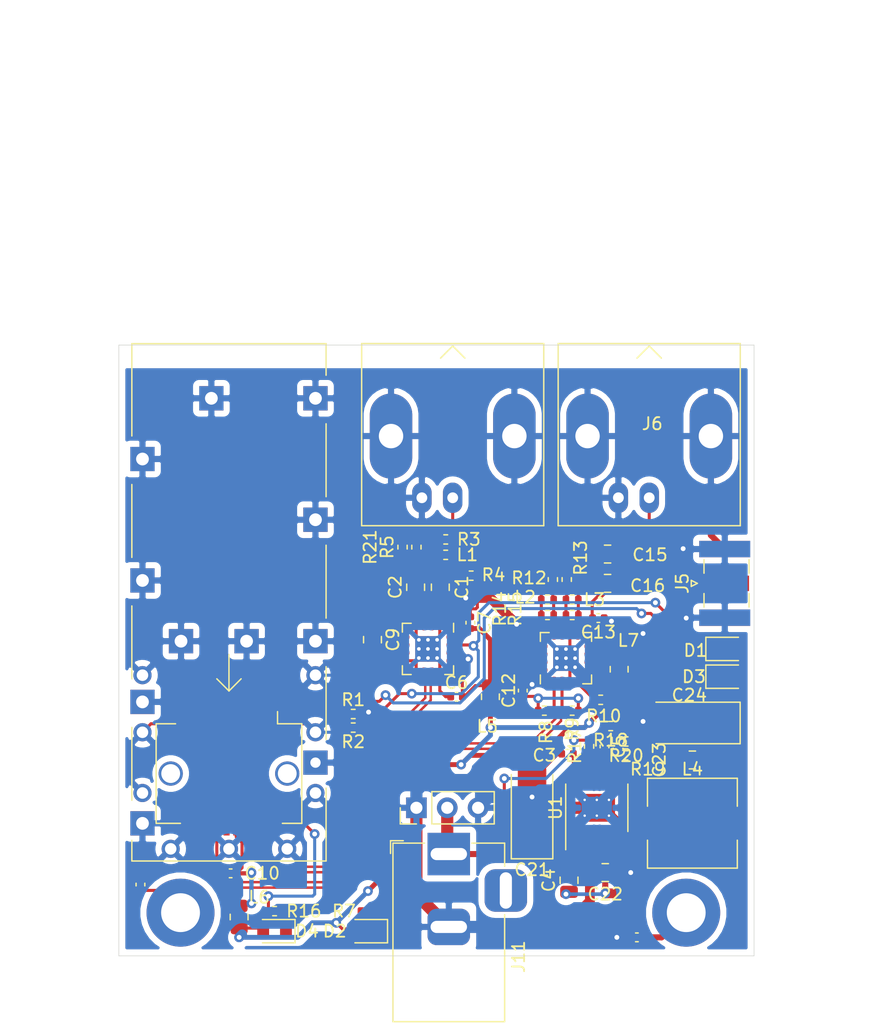
<source format=kicad_pcb>
(kicad_pcb (version 20171130) (host pcbnew "(5.1.7-0-10_14)")
  (layers (0 F.Cu signal) (31 B.Cu signal) (34 B.Paste user) (35 F.Paste user) (36 B.SilkS user) (37 F.SilkS user) (38 B.Mask user hide) (39 F.Mask user hide) (44 Edge.Cuts user))
  (net 0 "")
  (net 1 GND)
  (net 2 +3V3)
  (net 3 /IN_CD)
  (net 4 /SFP_RXLOS)
  (net 5 /SFP_TXFAULT)
  (net 6 /SFP_TXDIS)
  (net 7 "Net-(C1-Pad2)")
  (net 8 "Net-(C1-Pad1)")
  (net 9 "Net-(C2-Pad2)")
  (net 10 "Net-(C2-Pad1)")
  (net 11 "Net-(C9-Pad2)")
  (net 12 "Net-(C9-Pad1)")
  (net 13 "Net-(C12-Pad1)")
  (net 14 "Net-(C15-Pad2)")
  (net 15 "Net-(C15-Pad1)")
  (net 16 "Net-(C16-Pad2)")
  (net 17 "Net-(C16-Pad1)")
  (net 18 "Net-(J1-Pad1)")
  (net 19 /RD+)
  (net 20 /RD-)
  (net 21 "Net-(R10-Pad1)")
  (net 22 /TD+)
  (net 23 /TD-)
  (net 24 /SDO+)
  (net 25 /SDO-)
  (net 26 /EQ_VCC)
  (net 27 /SFP_VCC)
  (net 28 /CD_VCC)
  (net 29 "Net-(C18-Pad1)")
  (net 30 "Net-(C19-Pad1)")
  (net 31 "Net-(C21-Pad1)")
  (net 32 "Net-(C3-Pad1)")
  (net 33 "Net-(C4-Pad1)")
  (net 34 "Net-(C4-Pad2)")
  (net 35 "Net-(C5-Pad2)")
  (net 36 "Net-(C5-Pad1)")
  (net 37 "Net-(R17-Pad1)")
  (net 38 "Net-(R19-Pad1)")
  (net 39 "Net-(D1-Pad1)")
  (net 40 "Net-(D2-Pad1)")
  (net 41 "Net-(D3-Pad1)")
  (net 42 "Net-(D4-Pad1)")
  (module Package_SO:SOIC-8-1EP_3.9x4.9mm_P1.27mm_EP2.29x3mm_ThermalVias (layer F.Cu) (at 72.39 86.487 90)
    (fp_text reference U1 (at 0 -3.4 90) (layer F.SilkS))
    (fp_text value MP2307)
    (pad 1 smd roundrect (at -2.475 -1.905 90) (size 1.95 0.6) (layers F.Cu F.Paste F.Mask) (net 34 "Net-(C4-Pad2)"))
    (pad 2 smd roundrect (at -2.475 -0.635 90) (size 1.95 0.6) (layers F.Cu F.Paste F.Mask) (net 31 "Net-(C21-Pad1)"))
    (pad 3 smd roundrect (at -2.475 0.635 90) (size 1.95 0.6) (layers F.Cu F.Paste F.Mask) (net 33 "Net-(C4-Pad1)"))
    (pad 4 smd roundrect (at -2.475 1.905 90) (size 1.95 0.6) (layers F.Cu F.Paste F.Mask) (net 1 GND))
    (pad 5 smd roundrect (at 2.475 1.905 90) (size 1.95 0.6) (layers F.Cu F.Paste F.Mask) (net 38 "Net-(R19-Pad1)"))
    (pad 6 smd roundrect (at 2.475 0.635 90) (size 1.95 0.6) (layers F.Cu F.Paste F.Mask) (net 35 "Net-(C5-Pad2)"))
    (pad 7 smd roundrect (at 2.475 -0.635 90) (size 1.95 0.6) (layers F.Cu F.Paste F.Mask) (net 37 "Net-(R17-Pad1)"))
    (pad 8 smd roundrect (at 2.475 -1.905 90) (size 1.95 0.6) (layers F.Cu F.Paste F.Mask) (net 32 "Net-(C3-Pad1)"))
    (pad 9 smd rect (at 0 0 90) (size 2.29 3) (layers F.Cu F.Mask) (net 1 GND))
    (pad 9 thru_hole circle (at -0.65 -1 90) (size 0.5 0.5) (drill 0.2) (layers *.Cu) (net 1 GND))
    (pad 9 thru_hole circle (at 0.65 -1 90) (size 0.5 0.5) (drill 0.2) (layers *.Cu) (net 1 GND))
    (pad 9 thru_hole circle (at -0.65 0 90) (size 0.5 0.5) (drill 0.2) (layers *.Cu) (net 1 GND))
    (pad 9 thru_hole circle (at 0.65 0 90) (size 0.5 0.5) (drill 0.2) (layers *.Cu) (net 1 GND))
    (pad 9 thru_hole circle (at -0.65 1 90) (size 0.5 0.5) (drill 0.2) (layers *.Cu) (net 1 GND))
    (pad 9 thru_hole circle (at 0.65 1 90) (size 0.5 0.5) (drill 0.2) (layers *.Cu) (net 1 GND))
    (pad 9 smd rect (at 0 0 90) (size 1.8 2.5) (layers B.Cu) (net 1 GND))
  )
  (module Inductor_SMD:L_0402_1005Metric (layer F.Cu) (at 78.717 74.93 180)
    (fp_text reference R11 hide)
    (fp_text value 1k)
    (pad 2 smd roundrect (at 0.485 0 180) (size 0.59 0.64) (layers F.Cu F.Paste F.Mask) (net 4 /SFP_RXLOS))
    (pad 1 smd roundrect (at -0.485 0 180) (size 0.59 0.64) (layers F.Cu F.Paste F.Mask) (net 41 "Net-(D3-Pad1)"))
  )
  (module LED_SMD:LED_0805_2012Metric (layer F.Cu) (at 45.847 96.647 180)
    (fp_text reference D4 (at -2.667 0) (layer F.SilkS))
    (fp_text value SFP_FAULT)
    (pad 2 smd roundrect (at 0.9375 0 180) (size 0.975 1.4) (layers F.Cu F.Paste F.Mask) (net 2 +3V3))
    (pad 1 smd roundrect (at -0.9375 0 180) (size 0.975 1.4) (layers F.Cu F.Paste F.Mask) (net 42 "Net-(D4-Pad1)"))
  )
  (module LED_SMD:LED_0805_2012Metric (layer F.Cu) (at 83.058 73.406)
    (fp_text reference D1 (at -2.54 0.127) (layer F.SilkS))
    (fp_text value SDI_CD)
    (pad 2 smd roundrect (at 0.9375 0) (size 0.975 1.4) (layers F.Cu F.Paste F.Mask) (net 2 +3V3))
    (pad 1 smd roundrect (at -0.9375 0) (size 0.975 1.4) (layers F.Cu F.Paste F.Mask) (net 39 "Net-(D1-Pad1)"))
  )
  (module LED_SMD:LED_0805_2012Metric (layer F.Cu) (at 53.467 96.647 180)
    (fp_text reference D2 (at 2.667 0) (layer F.SilkS))
    (fp_text value pwr)
    (pad 1 smd roundrect (at -0.9375 0 180) (size 0.975 1.4) (layers F.Cu F.Paste F.Mask) (net 40 "Net-(D2-Pad1)"))
    (pad 2 smd roundrect (at 0.9375 0 180) (size 0.975 1.4) (layers F.Cu F.Paste F.Mask) (net 2 +3V3))
  )
  (module Capacitor_SMD:C_0805_2012Metric (layer F.Cu) (at 70.104 92.456 90)
    (fp_text reference C4 (at 0 -1.68 90) (layer F.SilkS))
    (fp_text value 10nF)
    (pad 1 smd roundrect (at -0.95 0 90) (size 1 1.45) (layers F.Cu F.Paste F.Mask) (net 33 "Net-(C4-Pad1)"))
    (pad 2 smd roundrect (at 0.95 0 90) (size 1 1.45) (layers F.Cu F.Paste F.Mask) (net 34 "Net-(C4-Pad2)"))
  )
  (module Inductor_SMD:L_0402_1005Metric (layer F.Cu) (at 53.467 94.996)
    (fp_text reference R7 (at -1.905 0) (layer F.SilkS))
    (fp_text value 1k)
    (pad 2 smd roundrect (at 0.485 0) (size 0.59 0.64) (layers F.Cu F.Paste F.Mask) (net 1 GND))
    (pad 1 smd roundrect (at -0.485 0) (size 0.59 0.64) (layers F.Cu F.Paste F.Mask) (net 40 "Net-(D2-Pad1)"))
  )
  (module LED_SMD:LED_0805_2012Metric (layer F.Cu) (at 83.058 75.692)
    (fp_text reference D3 (at -2.667 0) (layer F.SilkS))
    (fp_text value SFP_RX)
    (pad 1 smd roundrect (at -0.9375 0) (size 0.975 1.4) (layers F.Cu F.Paste F.Mask) (net 41 "Net-(D3-Pad1)"))
    (pad 2 smd roundrect (at 0.9375 0) (size 0.975 1.4) (layers F.Cu F.Paste F.Mask) (net 2 +3V3))
  )
  (module Inductor_SMD:L_7.3x7.3_H3.5 (layer F.Cu) (at 80.264 87.757)
    (fp_text reference L4 (at 0 -4.45) (layer F.SilkS))
    (fp_text value 10uH)
    (pad 1 smd rect (at -3.2 0) (size 1.5 2.2) (layers F.Cu F.Paste F.Mask) (net 33 "Net-(C4-Pad1)"))
    (pad 2 smd rect (at 3.2 0) (size 1.5 2.2) (layers F.Cu F.Paste F.Mask) (net 2 +3V3))
  )
  (module Inductor_SMD:L_0402_1005Metric (layer F.Cu) (at 78.74 73.787 180)
    (fp_text reference R6 hide)
    (fp_text value 1k)
    (pad 2 smd roundrect (at 0.485 0 180) (size 0.59 0.64) (layers F.Cu F.Paste F.Mask) (net 3 /IN_CD))
    (pad 1 smd roundrect (at -0.485 0 180) (size 0.59 0.64) (layers F.Cu F.Paste F.Mask) (net 39 "Net-(D1-Pad1)"))
  )
  (module Connector_Coaxial:SMA_Samtec_SMA-J-P-X-ST-EM1_EdgeMount (layer F.Cu) (at 82.931 68.0085 90)
    (fp_text reference J5 (at 0 -3.5 -90) (layer F.SilkS))
    (fp_text value OUTn)
    (pad 2 smd rect (at -2.825 0 90) (size 1.35 4.2) (layers B.Cu B.Paste B.Mask) (net 1 GND))
    (pad 2 smd rect (at 2.825 0 90) (size 1.35 4.2) (layers B.Cu B.Paste B.Mask) (net 1 GND))
    (pad 2 smd rect (at -2.825 0 90) (size 1.35 4.2) (layers F.Cu F.Paste F.Mask) (net 1 GND))
    (pad 2 smd rect (at 2.825 0 90) (size 1.35 4.2) (layers F.Cu F.Paste F.Mask) (net 1 GND))
    (pad 1 smd rect (at 0 0.2 90) (size 1.27 3.6) (layers F.Cu F.Paste F.Mask) (net 16 "Net-(C16-Pad2)"))
  )
  (module Package_DFN_QFN:QFN-16-1EP_4x4mm_P0.65mm_EP2.1x2.1mm_ThermalVias (layer F.Cu) (at 69.85 74.168 90)
    (fp_text reference U3 hide)
    (fp_text value LMH0303)
    (pad 17 smd rect (at 0 0 90) (size 2.1 2.1) (layers B.Cu) (net 1 GND))
    (pad 17 thru_hole circle (at 0.75 0.75 90) (size 0.6 0.6) (drill 0.3) (layers *.Cu) (net 1 GND))
    (pad 17 thru_hole circle (at 0 0.75 90) (size 0.6 0.6) (drill 0.3) (layers *.Cu) (net 1 GND))
    (pad 17 thru_hole circle (at -0.75 0.75 90) (size 0.6 0.6) (drill 0.3) (layers *.Cu) (net 1 GND))
    (pad 17 thru_hole circle (at 0.75 0 90) (size 0.6 0.6) (drill 0.3) (layers *.Cu) (net 1 GND))
    (pad 17 thru_hole circle (at 0 0 90) (size 0.6 0.6) (drill 0.3) (layers *.Cu) (net 1 GND))
    (pad 17 thru_hole circle (at -0.75 0 90) (size 0.6 0.6) (drill 0.3) (layers *.Cu) (net 1 GND))
    (pad 17 thru_hole circle (at 0.75 -0.75 90) (size 0.6 0.6) (drill 0.3) (layers *.Cu) (net 1 GND))
    (pad 17 thru_hole circle (at 0 -0.75 90) (size 0.6 0.6) (drill 0.3) (layers *.Cu) (net 1 GND))
    (pad 17 thru_hole circle (at -0.75 -0.75 90) (size 0.6 0.6) (drill 0.3) (layers *.Cu) (net 1 GND))
    (pad 17 smd rect (at 0 0 90) (size 2.1 2.1) (layers F.Cu F.Mask) (net 1 GND))
    (pad 16 smd roundrect (at -0.975 -1.95 90) (size 0.3 0.85) (layers F.Cu F.Paste F.Mask))
    (pad 15 smd roundrect (at -0.325 -1.95 90) (size 0.3 0.85) (layers F.Cu F.Paste F.Mask))
    (pad 14 smd roundrect (at 0.325 -1.95 90) (size 0.3 0.85) (layers F.Cu F.Paste F.Mask))
    (pad 13 smd roundrect (at 0.975 -1.95 90) (size 0.3 0.85) (layers F.Cu F.Paste F.Mask))
    (pad 12 smd roundrect (at 1.95 -0.975 90) (size 0.85 0.3) (layers F.Cu F.Paste F.Mask) (net 24 /SDO+))
    (pad 11 smd roundrect (at 1.95 -0.325 90) (size 0.85 0.3) (layers F.Cu F.Paste F.Mask) (net 25 /SDO-))
    (pad 10 smd roundrect (at 1.95 0.325 90) (size 0.85 0.3) (layers F.Cu F.Paste F.Mask) (net 1 GND))
    (pad 9 smd roundrect (at 1.95 0.975 90) (size 0.85 0.3) (layers F.Cu F.Paste F.Mask) (net 28 /CD_VCC))
    (pad 8 smd roundrect (at 0.975 1.95 90) (size 0.3 0.85) (layers F.Cu F.Paste F.Mask))
    (pad 7 smd roundrect (at 0.325 1.95 90) (size 0.3 0.85) (layers F.Cu F.Paste F.Mask))
    (pad 6 smd roundrect (at -0.325 1.95 90) (size 0.3 0.85) (layers F.Cu F.Paste F.Mask) (net 28 /CD_VCC))
    (pad 5 smd roundrect (at -0.975 1.95 90) (size 0.3 0.85) (layers F.Cu F.Paste F.Mask))
    (pad 4 smd roundrect (at -1.95 0.975 90) (size 0.85 0.3) (layers F.Cu F.Paste F.Mask) (net 21 "Net-(R10-Pad1)"))
    (pad 3 smd roundrect (at -1.95 0.325 90) (size 0.85 0.3) (layers F.Cu F.Paste F.Mask) (net 1 GND))
    (pad 2 smd roundrect (at -1.95 -0.325 90) (size 0.85 0.3) (layers F.Cu F.Paste F.Mask) (net 20 /RD-))
    (pad 1 smd roundrect (at -1.95 -0.975 90) (size 0.85 0.3) (layers F.Cu F.Paste F.Mask) (net 19 /RD+))
  )
  (module Resistor_SMD:R_0805_2012Metric (layer F.Cu) (at 74.2315 75.0805 90)
    (fp_text reference L7 (at 2.373 0.762 180) (layer F.SilkS))
    (fp_text value L hide)
    (pad 2 smd roundrect (at 0.9125 0 90) (size 1.025 1.4) (layers F.Cu F.Paste F.Mask) (roundrect_rratio 0.2439004878048781) (net 28 /CD_VCC))
    (pad 1 smd roundrect (at -0.9125 0 90) (size 1.025 1.4) (layers F.Cu F.Paste F.Mask) (roundrect_rratio 0.2439004878048781) (net 2 +3V3))
  )
  (module Resistor_SMD:R_0402_1005Metric (layer F.Cu) (at 70.36 78.486)
    (fp_text reference R9 (at 0 1.524 -90) (layer F.SilkS))
    (fp_text value 50 hide)
    (pad 2 smd roundrect (at 0.51 0) (size 0.54 0.64) (layers F.Cu F.Paste F.Mask) (net 13 "Net-(C12-Pad1)"))
    (pad 1 smd roundrect (at -0.51 0) (size 0.54 0.64) (layers F.Cu F.Paste F.Mask) (net 20 /RD-))
  )
  (module Resistor_SMD:R_0402_1005Metric (layer F.Cu) (at 68.07 78.486)
    (fp_text reference R8 (at 0.129 1.778 -90) (layer F.SilkS))
    (fp_text value 50 hide)
    (pad 1 smd roundrect (at -0.51 0) (size 0.54 0.64) (layers F.Cu F.Paste F.Mask) (net 13 "Net-(C12-Pad1)"))
    (pad 2 smd roundrect (at 0.51 0) (size 0.54 0.64) (layers F.Cu F.Paste F.Mask) (net 19 /RD+))
  )
  (module Connector:Connector_SFP_and_Cage (layer F.Cu) (at 42.09 89.8685 270)
    (fp_text reference J4 hide)
    (fp_text value SFP+)
    (pad 1 smd rect (at -10.3 -3.4 270) (size 2 0.5) (layers F.Cu F.Paste F.Mask) (net 1 GND))
    (pad 2 smd rect (at -10.3 -2.6 270) (size 2 0.5) (layers F.Cu F.Paste F.Mask) (net 5 /SFP_TXFAULT))
    (pad 3 smd rect (at -10.3 -1.8 270) (size 2 0.5) (layers F.Cu F.Paste F.Mask) (net 6 /SFP_TXDIS))
    (pad 4 smd rect (at -10.3 -1 270) (size 2 0.5) (layers F.Cu F.Paste F.Mask))
    (pad 5 smd rect (at -10.3 -0.2 270) (size 2 0.5) (layers F.Cu F.Paste F.Mask))
    (pad 6 smd rect (at -10.3 0.6 270) (size 2 0.5) (layers F.Cu F.Paste F.Mask))
    (pad 7 smd rect (at -10.3 1.4 270) (size 2 0.5) (layers F.Cu F.Paste F.Mask))
    (pad 8 smd rect (at -10.3 2.2 270) (size 2 0.5) (layers F.Cu F.Paste F.Mask) (net 4 /SFP_RXLOS))
    (pad 9 smd rect (at -10.3 3 270) (size 2 0.5) (layers F.Cu F.Paste F.Mask))
    (pad 10 smd rect (at -10.3 3.8 270) (size 2 0.5) (layers F.Cu F.Paste F.Mask) (net 1 GND))
    (pad 11 smd rect (at -2.1 3.4 270) (size 2 0.5) (layers F.Cu F.Paste F.Mask) (net 1 GND))
    (pad 12 smd rect (at -2.1 2.6 270) (size 2 0.5) (layers F.Cu F.Paste F.Mask) (net 20 /RD-))
    (pad 13 smd rect (at -2.1 1.8 270) (size 2 0.5) (layers F.Cu F.Paste F.Mask) (net 19 /RD+))
    (pad 14 smd rect (at -2.1 1 270) (size 2 0.5) (layers F.Cu F.Paste F.Mask) (net 1 GND))
    (pad 15 smd rect (at -2.1 0.2 270) (size 2 0.5) (layers F.Cu F.Paste F.Mask) (net 27 /SFP_VCC))
    (pad 16 smd rect (at -2.1 -0.6 270) (size 2 0.5) (layers F.Cu F.Paste F.Mask) (net 27 /SFP_VCC))
    (pad 17 smd rect (at -2.1 -1.4 270) (size 2 0.5) (layers F.Cu F.Paste F.Mask) (net 1 GND))
    (pad 18 smd rect (at -2.1 -2.2 270) (size 2 0.5) (layers F.Cu F.Paste F.Mask) (net 22 /TD+))
    (pad 19 smd rect (at -2.1 -3 270) (size 2 0.5) (layers F.Cu F.Paste F.Mask) (net 23 /TD-))
    (pad 20 smd rect (at -2.1 -3.8 270) (size 2 0.5) (layers F.Cu F.Paste F.Mask) (net 1 GND))
    (pad "" np_thru_hole circle (at -6.2 4.8 270) (size 2 2) (drill 1.55) (layers *.Cu *.Mask))
    (pad "" np_thru_hole circle (at -6.2 -4.8 270) (size 2 2) (drill 1.55) (layers *.Cu *.Mask))
    (pad CAGE thru_hole rect (at -7.1 -7.125 270) (size 2 2) (drill 0.85) (layers *.Cu *.Mask) (net 1 GND))
    (pad CAGE thru_hole rect (at -17.1 -7.125 270) (size 2 2) (drill 1.05) (layers *.Cu *.Mask) (net 1 GND))
    (pad CAGE thru_hole rect (at -27.1 -7.125 270) (size 2 2) (drill 1.05) (layers *.Cu *.Mask) (net 1 GND))
    (pad CAGE thru_hole rect (at -37.1 -7.125 270) (size 2 2) (drill 1.05) (layers *.Cu *.Mask) (net 1 GND))
    (pad CAGE thru_hole circle (at 0 0 270) (size 1.5 1.5) (drill 0.95) (layers *.Cu *.Mask) (net 1 GND))
    (pad CAGE thru_hole circle (at 0 -4.8 270) (size 1.5 1.5) (drill 0.95) (layers *.Cu *.Mask) (net 1 GND))
    (pad CAGE thru_hole circle (at 0 4.8 270) (size 1.5 1.5) (drill 0.95) (layers *.Cu *.Mask) (net 1 GND))
    (pad CAGE thru_hole rect (at -2.1 7.125 270) (size 2 2) (drill 1.05) (layers *.Cu *.Mask) (net 1 GND))
    (pad CAGE thru_hole rect (at -12.1 7.125 270) (size 2 2) (drill 1.05) (layers *.Cu *.Mask) (net 1 GND))
    (pad CAGE thru_hole rect (at -22.1 7.125 270) (size 2 2) (drill 1.05) (layers *.Cu *.Mask) (net 1 GND))
    (pad CAGE thru_hole rect (at -32.1 7.125 270) (size 2 2) (drill 1.05) (layers *.Cu *.Mask) (net 1 GND))
    (pad CAGE thru_hole rect (at -37.1 1.45 270) (size 2 2) (drill 1.05) (layers *.Cu *.Mask) (net 1 GND))
    (pad CAGE thru_hole rect (at -17.1 3.95 270) (size 2 2) (drill 1.05) (layers *.Cu *.Mask) (net 1 GND))
    (pad CAGE thru_hole rect (at -17.1 -1.45 270) (size 2 2) (drill 1.05) (layers *.Cu *.Mask) (net 1 GND))
    (pad CAGE thru_hole circle (at -4.6 7.125 270) (size 1.5 1.5) (drill 0.95) (layers *.Cu *.Mask) (net 1 GND))
    (pad CAGE thru_hole circle (at -4.6 -7.125 270) (size 1.5 1.5) (drill 0.95) (layers *.Cu *.Mask) (net 1 GND))
    (pad CAGE thru_hole circle (at -9.6 -7.125 270) (size 1.5 1.5) (drill 0.95) (layers *.Cu *.Mask) (net 1 GND))
    (pad CAGE thru_hole circle (at -14.3 -7.125 270) (size 1.5 1.5) (drill 0.95) (layers *.Cu *.Mask) (net 1 GND))
    (pad CAGE thru_hole circle (at -14.3 7.125 270) (size 1.5 1.5) (drill 0.95) (layers *.Cu *.Mask) (net 1 GND))
    (pad CAGE thru_hole circle (at -9.6 7.125 270) (size 1.5 1.5) (drill 0.95) (layers *.Cu *.Mask) (net 1 GND))
  )
  (module Package_DFN_QFN:QFN-16-1EP_4x4mm_P0.65mm_EP2.1x2.1mm_ThermalVias (layer F.Cu) (at 58.4835 73.406 270)
    (fp_text reference U2 hide)
    (fp_text value LMH0344)
    (pad 17 smd rect (at 0 0 270) (size 2.1 2.1) (layers B.Cu) (net 1 GND))
    (pad 17 thru_hole circle (at 0.75 0.75 270) (size 0.6 0.6) (drill 0.3) (layers *.Cu) (net 1 GND))
    (pad 17 thru_hole circle (at 0 0.75 270) (size 0.6 0.6) (drill 0.3) (layers *.Cu) (net 1 GND))
    (pad 17 thru_hole circle (at -0.75 0.75 270) (size 0.6 0.6) (drill 0.3) (layers *.Cu) (net 1 GND))
    (pad 17 thru_hole circle (at 0.75 0 270) (size 0.6 0.6) (drill 0.3) (layers *.Cu) (net 1 GND))
    (pad 17 thru_hole circle (at 0 0 270) (size 0.6 0.6) (drill 0.3) (layers *.Cu) (net 1 GND))
    (pad 17 thru_hole circle (at -0.75 0 270) (size 0.6 0.6) (drill 0.3) (layers *.Cu) (net 1 GND))
    (pad 17 thru_hole circle (at 0.75 -0.75 270) (size 0.6 0.6) (drill 0.3) (layers *.Cu) (net 1 GND))
    (pad 17 thru_hole circle (at 0 -0.75 270) (size 0.6 0.6) (drill 0.3) (layers *.Cu) (net 1 GND))
    (pad 17 thru_hole circle (at -0.75 -0.75 270) (size 0.6 0.6) (drill 0.3) (layers *.Cu) (net 1 GND))
    (pad 17 smd rect (at 0 0 270) (size 2.1 2.1) (layers F.Cu F.Mask) (net 1 GND))
    (pad 16 smd roundrect (at -0.975 -1.95 270) (size 0.3 0.85) (layers F.Cu F.Paste F.Mask) (net 26 /EQ_VCC))
    (pad 15 smd roundrect (at -0.325 -1.95 270) (size 0.3 0.85) (layers F.Cu F.Paste F.Mask) (net 3 /IN_CD))
    (pad 14 smd roundrect (at 0.325 -1.95 270) (size 0.3 0.85) (layers F.Cu F.Paste F.Mask) (net 1 GND))
    (pad 13 smd roundrect (at 0.975 -1.95 270) (size 0.3 0.85) (layers F.Cu F.Paste F.Mask) (net 26 /EQ_VCC))
    (pad 12 smd roundrect (at 1.95 -0.975 270) (size 0.85 0.3) (layers F.Cu F.Paste F.Mask) (net 1 GND))
    (pad 11 smd roundrect (at 1.95 -0.325 270) (size 0.85 0.3) (layers F.Cu F.Paste F.Mask) (net 22 /TD+))
    (pad 10 smd roundrect (at 1.95 0.325 270) (size 0.85 0.3) (layers F.Cu F.Paste F.Mask) (net 23 /TD-))
    (pad 9 smd roundrect (at 1.95 0.975 270) (size 0.85 0.3) (layers F.Cu F.Paste F.Mask) (net 1 GND))
    (pad 8 smd roundrect (at 0.975 1.95 270) (size 0.3 0.85) (layers F.Cu F.Paste F.Mask) (net 1 GND))
    (pad 7 smd roundrect (at 0.325 1.95 270) (size 0.3 0.85) (layers F.Cu F.Paste F.Mask) (net 1 GND))
    (pad 6 smd roundrect (at -0.325 1.95 270) (size 0.3 0.85) (layers F.Cu F.Paste F.Mask) (net 11 "Net-(C9-Pad2)"))
    (pad 5 smd roundrect (at -0.975 1.95 270) (size 0.3 0.85) (layers F.Cu F.Paste F.Mask) (net 12 "Net-(C9-Pad1)"))
    (pad 4 smd roundrect (at -1.95 0.975 270) (size 0.85 0.3) (layers F.Cu F.Paste F.Mask) (net 1 GND))
    (pad 3 smd roundrect (at -1.95 0.325 270) (size 0.85 0.3) (layers F.Cu F.Paste F.Mask) (net 10 "Net-(C2-Pad1)"))
    (pad 2 smd roundrect (at -1.95 -0.325 270) (size 0.85 0.3) (layers F.Cu F.Paste F.Mask) (net 8 "Net-(C1-Pad1)"))
    (pad 1 smd roundrect (at -1.95 -0.975 270) (size 0.85 0.3) (layers F.Cu F.Paste F.Mask) (net 1 GND))
  )
  (module Connector_Coaxial:BNC_Amphenol_B6252HB-NPP3G-50_Horizontal (layer F.Cu) (at 76.708 60.96)
    (fp_text reference J6 (at 0.254 -6.096) (layer F.SilkS))
    (fp_text value OUTp)
    (pad 2 thru_hole oval (at -2.54 0) (size 1.6 2.5) (drill 0.89) (layers *.Cu *.Mask) (net 1 GND))
    (pad 1 thru_hole oval (at 0 0) (size 1.6 2.5) (drill 0.89) (layers *.Cu *.Mask) (net 14 "Net-(C15-Pad2)"))
    (pad 2 thru_hole oval (at 5.08 -5.08) (size 3.5 7) (drill 2.01) (layers *.Cu *.Mask) (net 1 GND))
    (pad 2 thru_hole oval (at -5.08 -5.08) (size 3.5 7) (drill 2.01) (layers *.Cu *.Mask) (net 1 GND))
  )
  (module Connector_Coaxial:BNC_Amphenol_B6252HB-NPP3G-50_Horizontal (layer F.Cu) (at 60.52 60.96)
    (fp_text reference J1 hide)
    (fp_text value IN1)
    (pad 2 thru_hole oval (at -2.54 0) (size 1.6 2.5) (drill 0.89) (layers *.Cu *.Mask) (net 1 GND))
    (pad 1 thru_hole oval (at 0 0) (size 1.6 2.5) (drill 0.89) (layers *.Cu *.Mask) (net 18 "Net-(J1-Pad1)"))
    (pad 2 thru_hole oval (at 5.08 -5.08) (size 3.5 7) (drill 2.01) (layers *.Cu *.Mask) (net 1 GND))
    (pad 2 thru_hole oval (at -5.08 -5.08) (size 3.5 7) (drill 2.01) (layers *.Cu *.Mask) (net 1 GND))
  )
  (module Capacitor_SMD:C_0805_2012Metric (layer F.Cu) (at 53.9115 72.644 270)
    (fp_text reference C9 (at 0 -1.68 90) (layer F.SilkS))
    (fp_text value 1uF)
    (pad 2 smd roundrect (at 0.95 0 270) (size 1 1.45) (layers F.Cu F.Paste F.Mask) (net 11 "Net-(C9-Pad2)"))
    (pad 1 smd roundrect (at -0.95 0 270) (size 1 1.45) (layers F.Cu F.Paste F.Mask) (net 12 "Net-(C9-Pad1)"))
  )
  (module Capacitor_SMD:C_0805_2012Metric (layer F.Cu) (at 57.4675 68.326 90)
    (fp_text reference C2 (at 0 -1.68 90) (layer F.SilkS))
    (fp_text value 1uF hide)
    (pad 2 smd roundrect (at 0.95 0 90) (size 1 1.45) (layers F.Cu F.Paste F.Mask) (net 9 "Net-(C2-Pad2)"))
    (pad 1 smd roundrect (at -0.95 0 90) (size 1 1.45) (layers F.Cu F.Paste F.Mask) (net 10 "Net-(C2-Pad1)"))
  )
  (module Capacitor_SMD:C_0805_2012Metric (layer F.Cu) (at 59.4995 68.326 90)
    (fp_text reference C1 (at 0 1.778 90) (layer F.SilkS))
    (fp_text value 1uF hide)
    (pad 2 smd roundrect (at 0.95 0 90) (size 1 1.45) (layers F.Cu F.Paste F.Mask) (net 7 "Net-(C1-Pad2)"))
    (pad 1 smd roundrect (at -0.95 0 90) (size 1 1.45) (layers F.Cu F.Paste F.Mask) (net 8 "Net-(C1-Pad1)"))
  )
  (module Resistor_SMD:R_0805_2012Metric (layer F.Cu) (at 63.627 77.343 270)
    (fp_text reference L5 (at 2.4365 0.254 180) (layer F.SilkS))
    (fp_text value L hide)
    (pad 1 smd roundrect (at -0.9125 0 270) (size 1.025 1.4) (layers F.Cu F.Paste F.Mask) (roundrect_rratio 0.2439004878048781) (net 26 /EQ_VCC))
    (pad 2 smd roundrect (at 0.9125 0 270) (size 1.025 1.4) (layers F.Cu F.Paste F.Mask) (roundrect_rratio 0.2439004878048781) (net 2 +3V3))
  )
  (module Resistor_SMD:R_0805_2012Metric (layer F.Cu) (at 42.926 95.4805 90)
    (fp_text reference L6 (at 1.6275 1.651 180) (layer F.SilkS))
    (fp_text value L hide)
    (pad 1 smd roundrect (at -0.9125 0 90) (size 1.025 1.4) (layers F.Cu F.Paste F.Mask) (roundrect_rratio 0.2439004878048781) (net 2 +3V3))
    (pad 2 smd roundrect (at 0.9125 0 90) (size 1.025 1.4) (layers F.Cu F.Paste F.Mask) (roundrect_rratio 0.2439004878048781) (net 27 /SFP_VCC))
  )
  (module Capacitor_SMD:C_0402_1005Metric (layer F.Cu) (at 75.692 97.155 180)
    (fp_text reference C18 hide)
    (fp_text value C hide)
    (pad 2 smd roundrect (at 0.48 0 180) (size 0.56 0.62) (layers F.Cu F.Paste F.Mask) (net 1 GND))
    (pad 1 smd roundrect (at -0.48 0 180) (size 0.56 0.62) (layers F.Cu F.Paste F.Mask) (net 29 "Net-(C18-Pad1)"))
  )
  (module Capacitor_SMD:C_0402_1005Metric (layer F.Cu) (at 34.798 92.809 90)
    (fp_text reference C19 hide)
    (fp_text value C hide)
    (pad 1 smd roundrect (at -0.48 0 90) (size 0.56 0.62) (layers F.Cu F.Paste F.Mask) (net 30 "Net-(C19-Pad1)"))
    (pad 2 smd roundrect (at 0.48 0 90) (size 0.56 0.62) (layers F.Cu F.Paste F.Mask) (net 1 GND))
  )
  (module MountingHole:MountingHole_3.2mm_M3_DIN965_Pad (layer F.Cu) (at 79.756 95.123)
    (fp_text reference J8 hide)
    (fp_text value mounting_hole hide)
    (pad 1 thru_hole circle (at 0 0) (size 5.6 5.6) (drill 3.2) (layers *.Cu *.Mask) (net 29 "Net-(C18-Pad1)"))
  )
  (module MountingHole:MountingHole_3.2mm_M3_DIN965_Pad (layer F.Cu) (at 38.1 95.123)
    (fp_text reference J9 hide)
    (fp_text value mounting_hole hide)
    (pad 1 thru_hole circle (at 0 0) (size 5.6 5.6) (drill 3.2) (layers *.Cu *.Mask) (net 30 "Net-(C19-Pad1)"))
  )
  (module Capacitor_Tantalum_SMD:CP_EIA-6032-20_AVX-F_Pad2.25x2.35mm_HandSolder (layer F.Cu) (at 67.056 86.751 90)
    (fp_text reference C21 (at -4.836 0 180) (layer F.SilkS))
    (fp_text value C_Polarized_Small hide)
    (pad 1 smd roundrect (at -2.55 0 90) (size 2.25 2.35) (layers F.Cu F.Paste F.Mask) (roundrect_rratio 0.1111106666666667) (net 31 "Net-(C21-Pad1)"))
    (pad 2 smd roundrect (at 2.55 0 90) (size 2.25 2.35) (layers F.Cu F.Paste F.Mask) (roundrect_rratio 0.1111106666666667) (net 1 GND))
  )
  (module Capacitor_SMD:C_0805_2012Metric (layer F.Cu) (at 73.086 91.821)
    (fp_text reference C22 (at 0 1.778) (layer F.SilkS))
    (fp_text value C_Small hide)
    (pad 1 smd roundrect (at -0.95 0) (size 1 1.45) (layers F.Cu F.Paste F.Mask) (net 31 "Net-(C21-Pad1)"))
    (pad 2 smd roundrect (at 0.95 0) (size 1 1.45) (layers F.Cu F.Paste F.Mask) (net 1 GND))
  )
  (module Capacitor_SMD:C_0805_2012Metric (layer F.Cu) (at 80.264 82.55 180)
    (fp_text reference C23 (at 2.728 0 270) (layer F.SilkS))
    (fp_text value 0.1uF hide)
    (pad 2 smd roundrect (at 0.95 0 180) (size 1 1.45) (layers F.Cu F.Paste F.Mask) (net 1 GND))
    (pad 1 smd roundrect (at -0.95 0 180) (size 1 1.45) (layers F.Cu F.Paste F.Mask) (net 2 +3V3))
  )
  (module Capacitor_Tantalum_SMD:CP_EIA-6032-20_AVX-F_Pad2.25x2.35mm_HandSolder (layer F.Cu) (at 80.264 79.502 180)
    (fp_text reference C24 (at 0.254 2.286) (layer F.SilkS))
    (fp_text value 47uF hide)
    (pad 2 smd roundrect (at 2.55 0 180) (size 2.25 2.35) (layers F.Cu F.Paste F.Mask) (roundrect_rratio 0.1111106666666667) (net 1 GND))
    (pad 1 smd roundrect (at -2.55 0 180) (size 2.25 2.35) (layers F.Cu F.Paste F.Mask) (roundrect_rratio 0.1111106666666667) (net 2 +3V3))
  )
  (module Connector_BarrelJack:BarrelJack_Horizontal (layer F.Cu) (at 60.198 90.297 90)
    (fp_text reference J11 (at -8.45 5.75 90) (layer F.SilkS))
    (fp_text value Jack-DC)
    (pad 1 thru_hole rect (at 0 0 90) (size 3.5 3.5) (drill oval 1 3) (layers *.Cu *.Mask) (net 31 "Net-(C21-Pad1)"))
    (pad 2 thru_hole roundrect (at -6 0 90) (size 3 3.5) (drill oval 1 3) (layers *.Cu *.Mask) (net 1 GND))
    (pad 3 thru_hole roundrect (at -3 4.7 90) (size 3.5 3.5) (drill oval 3 1) (layers *.Cu *.Mask))
  )
  (module Connector_PinHeader_2.54mm:PinHeader_1x03_P2.54mm_Vertical (layer F.Cu) (at 57.531 86.487 90)
    (fp_text reference J12 hide)
    (fp_text value Conn_01x03 hide)
    (pad 1 thru_hole rect (at 0 0 90) (size 1.7 1.7) (drill 1) (layers *.Cu *.Mask) (net 1 GND))
    (pad 2 thru_hole oval (at 0 2.54 90) (size 1.7 1.7) (drill 1) (layers *.Cu *.Mask) (net 31 "Net-(C21-Pad1)"))
    (pad 3 thru_hole oval (at 0 5.08 90) (size 1.7 1.7) (drill 1) (layers *.Cu *.Mask) (net 1 GND))
  )
  (module Resistor_SMD:R_0402_1005Metric (layer F.Cu) (at 68.7705 67.691 270)
    (fp_text reference R12 (at -0.127 1.9685 180) (layer F.SilkS))
    (fp_text value 75)
    (pad 2 smd roundrect (at 0.51 0 270) (size 0.54 0.64) (layers F.Cu F.Paste F.Mask) (net 24 /SDO+))
    (pad 1 smd roundrect (at -0.51 0 270) (size 0.54 0.64) (layers F.Cu F.Paste F.Mask) (net 28 /CD_VCC))
  )
  (module Resistor_SMD:R_0402_1005Metric (layer F.Cu) (at 69.9135 67.691 270)
    (fp_text reference R13 (at -1.778 -1.143 90) (layer F.SilkS))
    (fp_text value 75)
    (pad 1 smd roundrect (at -0.51 0 270) (size 0.54 0.64) (layers F.Cu F.Paste F.Mask) (net 28 /CD_VCC))
    (pad 2 smd roundrect (at 0.51 0 270) (size 0.54 0.64) (layers F.Cu F.Paste F.Mask) (net 25 /SDO-))
  )
  (module Resistor_SMD:R_0402_1005Metric (layer F.Cu) (at 68.328 70.612)
    (fp_text reference R14 (at -3.939 -0.508 90) (layer F.SilkS))
    (fp_text value 75 hide)
    (pad 1 smd roundrect (at -0.51 0) (size 0.54 0.64) (layers F.Cu F.Paste F.Mask) (net 15 "Net-(C15-Pad1)"))
    (pad 2 smd roundrect (at 0.51 0) (size 0.54 0.64) (layers F.Cu F.Paste F.Mask) (net 24 /SDO+))
  )
  (module Resistor_SMD:R_0402_1005Metric (layer F.Cu) (at 70.36 70.612 180)
    (fp_text reference R15 (at 4.701 0.508 90) (layer F.SilkS))
    (fp_text value 75)
    (pad 2 smd roundrect (at 0.51 0 180) (size 0.54 0.64) (layers F.Cu F.Paste F.Mask) (net 25 /SDO-))
    (pad 1 smd roundrect (at -0.51 0 180) (size 0.54 0.64) (layers F.Cu F.Paste F.Mask) (net 17 "Net-(C16-Pad1)"))
  )
  (module Resistor_SMD:R_0402_1005Metric (layer F.Cu) (at 59.942 65.659 180)
    (fp_text reference L1 (at -1.78 0) (layer F.SilkS))
    (fp_text value 3.9nH)
    (pad 2 smd roundrect (at 0.51 0 180) (size 0.54 0.64) (layers F.Cu F.Paste F.Mask) (net 7 "Net-(C1-Pad2)"))
    (pad 1 smd roundrect (at -0.51 0 180) (size 0.54 0.64) (layers F.Cu F.Paste F.Mask) (net 18 "Net-(J1-Pad1)"))
  )
  (module Resistor_SMD:R_0402_1005Metric (layer F.Cu) (at 68.326 69.342 180)
    (fp_text reference L2 (at 1.8415 0.1905) (layer F.SilkS))
    (fp_text value 3.9nH)
    (pad 1 smd roundrect (at -0.51 0 180) (size 0.54 0.64) (layers F.Cu F.Paste F.Mask) (net 24 /SDO+))
    (pad 2 smd roundrect (at 0.51 0 180) (size 0.54 0.64) (layers F.Cu F.Paste F.Mask) (net 15 "Net-(C15-Pad1)"))
  )
  (module Resistor_SMD:R_0402_1005Metric (layer F.Cu) (at 70.358 69.342 180)
    (fp_text reference L3 (at -1.8415 0) (layer F.SilkS))
    (fp_text value 3.9nH)
    (pad 2 smd roundrect (at 0.51 0 180) (size 0.54 0.64) (layers F.Cu F.Paste F.Mask) (net 25 /SDO-))
    (pad 1 smd roundrect (at -0.51 0 180) (size 0.54 0.64) (layers F.Cu F.Paste F.Mask) (net 17 "Net-(C16-Pad1)"))
  )
  (module Resistor_SMD:R_0402_1005Metric (layer F.Cu) (at 52.326 78.765001)
    (fp_text reference R1 (at 0 -1.17) (layer F.SilkS))
    (fp_text value R)
    (pad 1 smd roundrect (at -0.51 0) (size 0.54 0.64) (layers F.Cu F.Paste F.Mask) (net 6 /SFP_TXDIS))
    (pad 2 smd roundrect (at 0.51 0) (size 0.54 0.64) (layers F.Cu F.Paste F.Mask) (net 1 GND))
  )
  (module Resistor_SMD:R_0402_1005Metric (layer F.Cu) (at 52.326 79.883 180)
    (fp_text reference R2 (at 0 -1.17) (layer F.SilkS))
    (fp_text value R)
    (pad 1 smd roundrect (at -0.51 0 180) (size 0.54 0.64) (layers F.Cu F.Paste F.Mask) (net 3 /IN_CD))
    (pad 2 smd roundrect (at 0.51 0 180) (size 0.54 0.64) (layers F.Cu F.Paste F.Mask) (net 6 /SFP_TXDIS))
  )
  (module Resistor_SMD:R_0402_1005Metric (layer F.Cu) (at 59.946 64.389)
    (fp_text reference R3 (at 1.903 0) (layer F.SilkS))
    (fp_text value 75)
    (pad 1 smd roundrect (at -0.51 0) (size 0.54 0.64) (layers F.Cu F.Paste F.Mask) (net 7 "Net-(C1-Pad2)"))
    (pad 2 smd roundrect (at 0.51 0) (size 0.54 0.64) (layers F.Cu F.Paste F.Mask) (net 18 "Net-(J1-Pad1)"))
  )
  (module Resistor_SMD:R_0402_1005Metric (layer F.Cu) (at 62.0395 67.3735)
    (fp_text reference R4 (at 1.8415 -0.0635) (layer F.SilkS))
    (fp_text value 75)
    (pad 2 smd roundrect (at 0.51 0) (size 0.54 0.64) (layers F.Cu F.Paste F.Mask) (net 1 GND))
    (pad 1 smd roundrect (at -0.51 0) (size 0.54 0.64) (layers F.Cu F.Paste F.Mask) (net 7 "Net-(C1-Pad2)"))
  )
  (module Resistor_SMD:R_0402_1005Metric (layer F.Cu) (at 57.531 65.024 90)
    (fp_text reference R5 (at 0 -2.413 90) (layer F.SilkS))
    (fp_text value 37.4)
    (pad 2 smd roundrect (at 0.51 0 90) (size 0.54 0.64) (layers F.Cu F.Paste F.Mask) (net 1 GND))
    (pad 1 smd roundrect (at -0.51 0 90) (size 0.54 0.64) (layers F.Cu F.Paste F.Mask) (net 9 "Net-(C2-Pad2)"))
  )
  (module Resistor_SMD:R_0402_1005Metric (layer F.Cu) (at 72.7095 77.597)
    (fp_text reference R10 (at 0.252 1.3335) (layer F.SilkS))
    (fp_text value 750)
    (pad 1 smd roundrect (at -0.51 0) (size 0.54 0.64) (layers F.Cu F.Paste F.Mask) (net 21 "Net-(R10-Pad1)"))
    (pad 2 smd roundrect (at 0.51 0) (size 0.54 0.64) (layers F.Cu F.Paste F.Mask) (net 28 /CD_VCC))
  )
  (module Capacitor_SMD:C_0805_2012Metric (layer F.Cu) (at 73.279 65.5955)
    (fp_text reference C15 (at 3.4925 0.0635) (layer F.SilkS))
    (fp_text value 4.7uF)
    (pad 2 smd roundrect (at 0.95 0) (size 1 1.45) (layers F.Cu F.Paste F.Mask) (net 14 "Net-(C15-Pad2)"))
    (pad 1 smd roundrect (at -0.95 0) (size 1 1.45) (layers F.Cu F.Paste F.Mask) (net 15 "Net-(C15-Pad1)"))
  )
  (module Capacitor_SMD:C_0805_2012Metric (layer F.Cu) (at 73.279 68.0085)
    (fp_text reference C16 (at 3.302 0.1905) (layer F.SilkS))
    (fp_text value 4.7uF)
    (pad 1 smd roundrect (at -0.95 0) (size 1 1.45) (layers F.Cu F.Paste F.Mask) (net 17 "Net-(C16-Pad1)"))
    (pad 2 smd roundrect (at 0.95 0) (size 1 1.45) (layers F.Cu F.Paste F.Mask) (net 16 "Net-(C16-Pad2)"))
  )
  (module Capacitor_SMD:C_0402_1005Metric (layer F.Cu) (at 60.8355 77.343)
    (fp_text reference C6 (at 0 -1.16) (layer F.SilkS))
    (fp_text value 0.1uF)
    (pad 2 smd roundrect (at 0.48 0) (size 0.56 0.62) (layers F.Cu F.Paste F.Mask) (net 26 /EQ_VCC))
    (pad 1 smd roundrect (at -0.48 0) (size 0.56 0.62) (layers F.Cu F.Paste F.Mask) (net 1 GND))
  )
  (module Capacitor_SMD:C_0402_1005Metric (layer F.Cu) (at 61.976 71.247 270)
    (fp_text reference C7 (at 0 -1.16 90) (layer F.SilkS))
    (fp_text value 0.1uF)
    (pad 1 smd roundrect (at -0.48 0 270) (size 0.56 0.62) (layers F.Cu F.Paste F.Mask) (net 1 GND))
    (pad 2 smd roundrect (at 0.48 0 270) (size 0.56 0.62) (layers F.Cu F.Paste F.Mask) (net 26 /EQ_VCC))
  )
  (module Capacitor_SMD:C_0402_1005Metric (layer F.Cu) (at 42.2275 91.8845)
    (fp_text reference C10 (at 2.6035 0) (layer F.SilkS))
    (fp_text value 0.1uF)
    (pad 1 smd roundrect (at -0.48 0) (size 0.56 0.62) (layers F.Cu F.Paste F.Mask) (net 1 GND))
    (pad 2 smd roundrect (at 0.48 0) (size 0.56 0.62) (layers F.Cu F.Paste F.Mask) (net 27 /SFP_VCC))
  )
  (module Capacitor_SMD:C_0402_1005Metric (layer F.Cu) (at 66.294 76.835 90)
    (fp_text reference C12 (at 0 -1.16 90) (layer F.SilkS))
    (fp_text value 0.1uF)
    (pad 2 smd roundrect (at 0.48 0 90) (size 0.56 0.62) (layers F.Cu F.Paste F.Mask) (net 1 GND))
    (pad 1 smd roundrect (at -0.48 0 90) (size 0.56 0.62) (layers F.Cu F.Paste F.Mask) (net 13 "Net-(C12-Pad1)"))
  )
  (module Capacitor_SMD:C_0402_1005Metric (layer F.Cu) (at 72.517 70.866 180)
    (fp_text reference C13 (at 0 -1.16) (layer F.SilkS))
    (fp_text value 0.1uF)
    (pad 1 smd roundrect (at -0.48 0 180) (size 0.56 0.62) (layers F.Cu F.Paste F.Mask) (net 1 GND))
    (pad 2 smd roundrect (at 0.48 0 180) (size 0.56 0.62) (layers F.Cu F.Paste F.Mask) (net 28 /CD_VCC))
  )
  (module Capacitor_SMD:C_0402_1005Metric (layer F.Cu) (at 69.977 82.042 180)
    (fp_text reference C3 (at 1.905 -0.127) (layer F.SilkS))
    (fp_text value 0.1uF)
    (pad 1 smd roundrect (at -0.48 0 180) (size 0.56 0.62) (layers F.Cu F.Paste F.Mask) (net 32 "Net-(C3-Pad1)"))
    (pad 2 smd roundrect (at 0.48 0 180) (size 0.56 0.62) (layers F.Cu F.Paste F.Mask) (net 1 GND))
  )
  (module Capacitor_SMD:C_0402_1005Metric (layer F.Cu) (at 73.025 81.435 270)
    (fp_text reference C5 (at 0 -1.16 90) (layer F.SilkS))
    (fp_text value 3.9nF)
    (pad 2 smd roundrect (at 0.48 0 270) (size 0.56 0.62) (layers F.Cu F.Paste F.Mask) (net 35 "Net-(C5-Pad2)"))
    (pad 1 smd roundrect (at -0.48 0 270) (size 0.56 0.62) (layers F.Cu F.Paste F.Mask) (net 36 "Net-(C5-Pad1)"))
  )
  (module Resistor_SMD:R_0402_1005Metric (layer F.Cu) (at 45.847 94.996 180)
    (fp_text reference R16 (at -2.413 0) (layer F.SilkS))
    (fp_text value 1k)
    (pad 1 smd roundrect (at -0.51 0 180) (size 0.54 0.64) (layers F.Cu F.Paste F.Mask) (net 42 "Net-(D4-Pad1)"))
    (pad 2 smd roundrect (at 0.51 0 180) (size 0.54 0.64) (layers F.Cu F.Paste F.Mask) (net 5 /SFP_TXFAULT))
  )
  (module Resistor_SMD:R_0402_1005Metric (layer F.Cu) (at 71.755 81.43 90)
    (fp_text reference R17 (at 0 -1.17 90) (layer F.SilkS))
    (fp_text value 100k)
    (pad 2 smd roundrect (at 0.51 0 90) (size 0.54 0.64) (layers F.Cu F.Paste F.Mask) (net 31 "Net-(C21-Pad1)"))
    (pad 1 smd roundrect (at -0.51 0 90) (size 0.54 0.64) (layers F.Cu F.Paste F.Mask) (net 37 "Net-(R17-Pad1)"))
  )
  (module Resistor_SMD:R_0402_1005Metric (layer F.Cu) (at 73.533 79.756 180)
    (fp_text reference R18 (at 0 -1.17) (layer F.SilkS))
    (fp_text value 6k8)
    (pad 1 smd roundrect (at -0.51 0 180) (size 0.54 0.64) (layers F.Cu F.Paste F.Mask) (net 1 GND))
    (pad 2 smd roundrect (at 0.51 0 180) (size 0.54 0.64) (layers F.Cu F.Paste F.Mask) (net 36 "Net-(C5-Pad1)"))
  )
  (module Resistor_SMD:R_0402_1005Metric (layer F.Cu) (at 74.801 82.169)
    (fp_text reference R19 (at 1.78 1.143) (layer F.SilkS))
    (fp_text value 39k)
    (pad 2 smd roundrect (at 0.51 0) (size 0.54 0.64) (layers F.Cu F.Paste F.Mask) (net 2 +3V3))
    (pad 1 smd roundrect (at -0.51 0) (size 0.54 0.64) (layers F.Cu F.Paste F.Mask) (net 38 "Net-(R19-Pad1)"))
  )
  (module Resistor_SMD:R_0402_1005Metric (layer F.Cu) (at 74.803 81.026 180)
    (fp_text reference R20 (at 0 -1.17) (layer F.SilkS))
    (fp_text value 15k)
    (pad 1 smd roundrect (at -0.51 0 180) (size 0.54 0.64) (layers F.Cu F.Paste F.Mask) (net 1 GND))
    (pad 2 smd roundrect (at 0.51 0 180) (size 0.54 0.64) (layers F.Cu F.Paste F.Mask) (net 38 "Net-(R19-Pad1)"))
  )
  (module Resistor_SMD:R_0402_1005Metric (layer F.Cu) (at 56.388 65.024 270)
    (fp_text reference R21 (at 0 2.667 90) (layer F.SilkS))
    (fp_text value -)
    (pad 1 smd roundrect (at -0.51 0 270) (size 0.54 0.64) (layers F.Cu F.Paste F.Mask) (net 1 GND))
    (pad 2 smd roundrect (at 0.51 0 270) (size 0.54 0.64) (layers F.Cu F.Paste F.Mask) (net 9 "Net-(C2-Pad2)"))
  )
  (gr_line (start 85.344 48.387) (end 33.02 48.387) (layer Edge.Cuts) (width 0.05))
  (gr_line (start 85.344 98.679) (end 85.344 48.387) (layer Edge.Cuts) (width 0.05))
  (gr_line (start 33.02 98.679) (end 85.344 98.679) (layer Edge.Cuts) (width 0.05))
  (gr_line (start 33.02 48.387) (end 33.02 98.679) (layer Edge.Cuts) (width 0.05))
  (segment (start 57.5085 74.381) (end 57.7335 74.156) (width 0.25) (layer F.Cu) (net 1))
  (segment (start 57.5085 75.356) (end 57.5085 74.381) (width 0.25) (layer F.Cu) (net 1))
  (segment (start 57.5085 74.381) (end 58.4835 73.406) (width 0.25) (layer F.Cu) (net 1))
  (segment (start 56.5335 74.381) (end 57.5085 74.381) (width 0.25) (layer F.Cu) (net 1))
  (segment (start 59.4585 74.381) (end 58.4835 73.406) (width 0.25) (layer F.Cu) (net 1))
  (segment (start 59.4585 75.356) (end 59.4585 74.381) (width 0.25) (layer F.Cu) (net 1))
  (segment (start 59.4585 72.431) (end 58.4835 73.406) (width 0.25) (layer F.Cu) (net 1))
  (segment (start 59.4585 71.456) (end 59.4585 72.431) (width 0.25) (layer F.Cu) (net 1))
  (segment (start 57.5085 72.431) (end 58.4835 73.406) (width 0.25) (layer F.Cu) (net 1))
  (segment (start 57.5085 71.456) (end 57.5085 72.431) (width 0.25) (layer F.Cu) (net 1))
  (segment (start 59.4585 71.456) (end 59.4585 70.78141) (width 0.25) (layer F.Cu) (net 1))
  (segment (start 59.4585 70.78141) (end 60.13591 70.104) (width 0.25) (layer F.Cu) (net 1))
  (segment (start 62.4255 70.104) (end 62.5475 69.982) (width 0.25) (layer F.Cu) (net 1))
  (segment (start 69.85 74.168) (end 68.707 75.311) (width 0.4) (layer B.Cu) (net 1))
  (segment (start 68.707 75.311) (end 68.58 75.438) (width 0.4) (layer B.Cu) (net 1))
  (segment (start 68.707 75.311) (end 68.326 75.692) (width 0.4) (layer B.Cu) (net 1))
  (segment (start 70.175 74.493) (end 69.85 74.168) (width 0.25) (layer F.Cu) (net 1))
  (segment (start 70.175 76.118) (end 70.175 74.493) (width 0.25) (layer F.Cu) (net 1))
  (segment (start 69.85 74.168) (end 71.628 75.946) (width 0.4) (layer B.Cu) (net 1))
  (via (at 61.7855 74.2315) (size 0.8) (drill 0.4) (layers F.Cu B.Cu) (net 1))
  (segment (start 58.4835 73.406) (end 55.8165 70.739) (width 0.4) (layer B.Cu) (net 1))
  (segment (start 58.4835 73.406) (end 56.3245 75.565) (width 0.4) (layer B.Cu) (net 1))
  (segment (start 58.4835 73.406) (end 60.5155 75.438) (width 0.4) (layer B.Cu) (net 1))
  (segment (start 58.4835 73.406) (end 60.7695 71.12) (width 0.4) (layer B.Cu) (net 1))
  (segment (start 60.13591 70.104) (end 61.0235 70.104) (width 0.25) (layer F.Cu) (net 1))
  (segment (start 62.5495 69.98) (end 62.5475 69.982) (width 0.25) (layer F.Cu) (net 1))
  (segment (start 62.5495 67.3735) (end 62.5495 69.98) (width 0.25) (layer F.Cu) (net 1))
  (segment (start 57.98 60.96) (end 57.98 63.305) (width 0.25) (layer F.Cu) (net 1))
  (segment (start 57.531 63.754) (end 57.531 64.514) (width 0.25) (layer F.Cu) (net 1))
  (segment (start 57.98 63.305) (end 57.531 63.754) (width 0.25) (layer F.Cu) (net 1))
  (segment (start 61.285 73.731) (end 61.7855 74.2315) (width 0.25) (layer F.Cu) (net 1))
  (segment (start 60.4335 73.731) (end 61.285 73.731) (width 0.25) (layer F.Cu) (net 1))
  (segment (start 56.5335 73.731) (end 55.49291 73.731) (width 0.25) (layer F.Cu) (net 1))
  (segment (start 55.49291 73.731) (end 55.3085 73.91541) (width 0.25) (layer F.Cu) (net 1))
  (segment (start 55.3085 73.91541) (end 55.3085 74.295) (width 0.25) (layer F.Cu) (net 1))
  (segment (start 55.3945 74.381) (end 56.5335 74.381) (width 0.25) (layer F.Cu) (net 1))
  (segment (start 55.3085 74.295) (end 55.3945 74.381) (width 0.25) (layer F.Cu) (net 1))
  (segment (start 41.09 88.8685) (end 42.09 89.8685) (width 0.25) (layer F.Cu) (net 1))
  (segment (start 41.09 87.7685) (end 41.09 88.8685) (width 0.25) (layer F.Cu) (net 1))
  (segment (start 38.69 88.4685) (end 37.29 89.8685) (width 0.25) (layer F.Cu) (net 1))
  (segment (start 38.69 87.7685) (end 38.69 88.4685) (width 0.25) (layer F.Cu) (net 1))
  (segment (start 45.89 88.8685) (end 46.89 89.8685) (width 0.25) (layer F.Cu) (net 1))
  (segment (start 45.89 87.7685) (end 45.89 88.8685) (width 0.25) (layer F.Cu) (net 1))
  (segment (start 35.665 79.5685) (end 34.965 80.2685) (width 0.25) (layer F.Cu) (net 1))
  (segment (start 38.29 79.5685) (end 35.665 79.5685) (width 0.25) (layer F.Cu) (net 1))
  (segment (start 48.515 79.5685) (end 49.215 80.2685) (width 0.25) (layer F.Cu) (net 1))
  (segment (start 45.49 79.5685) (end 48.515 79.5685) (width 0.25) (layer F.Cu) (net 1))
  (segment (start 69.85 74.168) (end 71.882 72.136) (width 0.4) (layer B.Cu) (net 1))
  (via (at 76.2 72.136) (size 0.8) (drill 0.4) (layers F.Cu B.Cu) (net 1))
  (segment (start 81.788 64.0405) (end 82.931 65.1835) (width 0.5) (layer F.Cu) (net 1))
  (segment (start 81.788 55.88) (end 81.788 64.0405) (width 0.5) (layer F.Cu) (net 1))
  (segment (start 41.09 91.227) (end 41.7475 91.8845) (width 0.25) (layer F.Cu) (net 1))
  (segment (start 41.09 87.7685) (end 41.09 91.227) (width 0.25) (layer F.Cu) (net 1))
  (segment (start 38.69 86.5185) (end 38.9755 86.233) (width 0.25) (layer F.Cu) (net 1))
  (segment (start 38.69 87.7685) (end 38.69 86.5185) (width 0.25) (layer F.Cu) (net 1))
  (segment (start 45.6045 86.233) (end 45.89 86.5185) (width 0.25) (layer F.Cu) (net 1))
  (segment (start 45.89 86.5185) (end 45.89 87.7685) (width 0.25) (layer F.Cu) (net 1))
  (segment (start 41.09 86.302) (end 41.021 86.233) (width 0.25) (layer F.Cu) (net 1))
  (segment (start 41.09 87.7685) (end 41.09 86.302) (width 0.25) (layer F.Cu) (net 1))
  (segment (start 38.9755 86.233) (end 41.021 86.233) (width 0.25) (layer F.Cu) (net 1))
  (segment (start 43.49 86.289) (end 43.434 86.233) (width 0.25) (layer F.Cu) (net 1))
  (segment (start 43.49 87.7685) (end 43.49 86.289) (width 0.25) (layer F.Cu) (net 1))
  (segment (start 43.434 86.233) (end 45.6045 86.233) (width 0.25) (layer F.Cu) (net 1))
  (segment (start 41.021 86.233) (end 43.434 86.233) (width 0.25) (layer F.Cu) (net 1))
  (via (at 73.5965 71.12) (size 0.8) (drill 0.4) (layers F.Cu B.Cu) (net 1))
  (segment (start 73.5965 71.9455) (end 73.787 72.136) (width 0.25) (layer B.Cu) (net 1))
  (segment (start 73.787 72.136) (end 76.2 72.136) (width 0.4) (layer B.Cu) (net 1))
  (segment (start 73.5965 71.12) (end 73.5965 71.9455) (width 0.25) (layer B.Cu) (net 1))
  (segment (start 71.882 72.136) (end 73.787 72.136) (width 0.4) (layer B.Cu) (net 1))
  (segment (start 59.4585 75.356) (end 59.4585 76.8575) (width 0.25) (layer F.Cu) (net 1))
  (segment (start 59.944 77.343) (end 60.3555 77.343) (width 0.25) (layer F.Cu) (net 1))
  (segment (start 59.4585 76.8575) (end 59.944 77.343) (width 0.25) (layer F.Cu) (net 1))
  (segment (start 61.976 70.767) (end 61.976 70.231) (width 0.25) (layer F.Cu) (net 1))
  (segment (start 61.976 70.231) (end 61.849 70.104) (width 0.25) (layer F.Cu) (net 1))
  (segment (start 61.849 70.104) (end 62.4255 70.104) (width 0.25) (layer F.Cu) (net 1))
  (segment (start 61.0235 70.104) (end 61.849 70.104) (width 0.25) (layer F.Cu) (net 1))
  (segment (start 67.056 71.374) (end 65.786 71.374) (width 0.4) (layer B.Cu) (net 1))
  (segment (start 69.1 73.418) (end 67.056 71.374) (width 0.4) (layer B.Cu) (net 1))
  (via (at 65.786 71.374) (size 0.8) (drill 0.4) (layers F.Cu B.Cu) (net 1))
  (via (at 67.056 76.327) (size 0.8) (drill 0.4) (layers F.Cu B.Cu) (net 1))
  (segment (start 67.028 76.355) (end 67.056 76.327) (width 0.25) (layer F.Cu) (net 1))
  (segment (start 66.294 76.355) (end 67.028 76.355) (width 0.25) (layer F.Cu) (net 1))
  (segment (start 67.691 76.327) (end 68.326 75.692) (width 0.25) (layer B.Cu) (net 1))
  (segment (start 67.056 76.327) (end 67.691 76.327) (width 0.25) (layer B.Cu) (net 1))
  (segment (start 70.175 73.843) (end 69.85 74.168) (width 0.25) (layer F.Cu) (net 1))
  (segment (start 70.175 72.218) (end 70.175 73.843) (width 0.25) (layer F.Cu) (net 1))
  (segment (start 34.8295 92.329) (end 37.29 89.8685) (width 0.25) (layer F.Cu) (net 1))
  (segment (start 34.798 92.329) (end 34.8295 92.329) (width 0.25) (layer F.Cu) (net 1))
  (segment (start 74.295 88.962) (end 74.295 87.63) (width 0.4) (layer F.Cu) (net 1))
  (segment (start 73.152 86.487) (end 72.39 86.487) (width 0.4) (layer F.Cu) (net 1))
  (segment (start 74.295 87.63) (end 73.152 86.487) (width 0.4) (layer F.Cu) (net 1))
  (segment (start 74.295 91.562) (end 74.036 91.821) (width 0.5) (layer F.Cu) (net 1))
  (segment (start 74.295 88.962) (end 74.295 91.562) (width 0.5) (layer F.Cu) (net 1))
  (segment (start 69.342 86.487) (end 67.056 84.201) (width 1) (layer F.Cu) (net 1))
  (segment (start 72.39 86.487) (end 69.342 86.487) (width 1) (layer F.Cu) (net 1))
  (segment (start 60.198 96.297) (end 67.914 96.297) (width 1) (layer B.Cu) (net 1))
  (segment (start 72.39 86.487) (end 72.136 86.487) (width 1) (layer B.Cu) (net 1))
  (segment (start 67.914 90.709) (end 67.914 96.297) (width 1) (layer B.Cu) (net 1))
  (segment (start 72.136 86.487) (end 67.914 90.709) (width 1) (layer B.Cu) (net 1))
  (segment (start 74.043 79.756) (end 74.803 79.756) (width 0.25) (layer F.Cu) (net 1))
  (segment (start 75.313 80.266) (end 75.313 81.026) (width 0.25) (layer F.Cu) (net 1))
  (segment (start 69.215 82.042) (end 67.056 84.201) (width 0.25) (layer F.Cu) (net 1))
  (segment (start 69.497 82.042) (end 69.215 82.042) (width 0.25) (layer F.Cu) (net 1))
  (via (at 76.2 79.375) (size 0.8) (drill 0.4) (layers F.Cu B.Cu) (net 1))
  (segment (start 76.2 79.375) (end 75.057 79.375) (width 1) (layer B.Cu) (net 1))
  (segment (start 53.952 94.996) (end 54.991 94.996) (width 0.25) (layer F.Cu) (net 1))
  (segment (start 56.292 96.297) (end 60.198 96.297) (width 0.25) (layer F.Cu) (net 1))
  (segment (start 54.991 94.996) (end 56.292 96.297) (width 0.25) (layer F.Cu) (net 1))
  (segment (start 57.531 93.63) (end 60.198 96.297) (width 1) (layer F.Cu) (net 1))
  (segment (start 57.531 86.487) (end 57.531 93.63) (width 1) (layer F.Cu) (net 1))
  (via (at 67.056 85.598) (size 0.8) (drill 0.4) (layers F.Cu B.Cu) (net 1))
  (segment (start 67.056 84.201) (end 67.056 85.598) (width 1) (layer F.Cu) (net 1))
  (segment (start 63.5 85.598) (end 62.611 86.487) (width 1) (layer B.Cu) (net 1))
  (segment (start 67.056 85.598) (end 63.5 85.598) (width 1) (layer B.Cu) (net 1))
  (segment (start 57.531 86.487) (end 57.531 85.09) (width 1) (layer B.Cu) (net 1))
  (segment (start 57.531 85.09) (end 58.42 84.201) (width 1) (layer B.Cu) (net 1))
  (segment (start 62.103 84.201) (end 63.5 85.598) (width 1) (layer B.Cu) (net 1))
  (segment (start 58.42 84.201) (end 62.103 84.201) (width 1) (layer B.Cu) (net 1))
  (segment (start 73.025 77.343) (end 69.85 74.168) (width 1) (layer B.Cu) (net 1))
  (segment (start 75.057 79.375) (end 73.025 77.343) (width 1) (layer B.Cu) (net 1))
  (via (at 53.589347 78.608347) (size 0.8) (drill 0.4) (layers F.Cu B.Cu) (net 1))
  (segment (start 53.432693 78.765001) (end 53.589347 78.608347) (width 0.25) (layer F.Cu) (net 1))
  (segment (start 52.836 78.765001) (end 53.432693 78.765001) (width 0.25) (layer F.Cu) (net 1))
  (segment (start 50.5495 75.5685) (end 49.215 75.5685) (width 0.25) (layer B.Cu) (net 1))
  (segment (start 53.589347 78.608347) (end 50.5495 75.5685) (width 0.25) (layer B.Cu) (net 1))
  (segment (start 77.333 79.375) (end 77.714 79.756) (width 0.6) (layer F.Cu) (net 1))
  (segment (start 76.2 79.375) (end 77.333 79.375) (width 0.6) (layer F.Cu) (net 1))
  (segment (start 75.184 80.137) (end 75.438 80.137) (width 0.4) (layer F.Cu) (net 1))
  (segment (start 75.438 80.137) (end 76.2 79.375) (width 0.4) (layer F.Cu) (net 1))
  (segment (start 74.803 79.756) (end 75.184 80.137) (width 0.25) (layer F.Cu) (net 1))
  (segment (start 75.184 80.137) (end 75.313 80.266) (width 0.25) (layer F.Cu) (net 1))
  (segment (start 75.212 97.155) (end 74.041 97.155) (width 0.25) (layer F.Cu) (net 1))
  (via (at 74.041 97.155) (size 0.8) (drill 0.4) (layers F.Cu B.Cu) (net 1))
  (segment (start 76.2 82.677) (end 72.39 86.487) (width 1) (layer B.Cu) (net 1))
  (segment (start 76.2 79.375) (end 76.2 82.677) (width 1) (layer B.Cu) (net 1))
  (segment (start 73.3425 70.866) (end 73.5965 71.12) (width 0.25) (layer F.Cu) (net 1))
  (segment (start 72.997 70.866) (end 73.3425 70.866) (width 0.25) (layer F.Cu) (net 1))
  (via (at 79.756 70.866) (size 0.8) (drill 0.4) (layers F.Cu B.Cu) (net 1))
  (segment (start 79.7885 70.8335) (end 79.756 70.866) (width 0.4) (layer F.Cu) (net 1))
  (segment (start 82.931 70.8335) (end 79.7885 70.8335) (width 0.4) (layer F.Cu) (net 1))
  (segment (start 82.8985 70.866) (end 82.931 70.8335) (width 0.4) (layer B.Cu) (net 1))
  (segment (start 79.756 70.866) (end 82.8985 70.866) (width 0.4) (layer B.Cu) (net 1))
  (via (at 79.502 65.151) (size 0.8) (drill 0.4) (layers F.Cu B.Cu) (net 1))
  (segment (start 79.5345 65.1835) (end 79.502 65.151) (width 0.4) (layer B.Cu) (net 1))
  (segment (start 82.931 65.1835) (end 79.5345 65.1835) (width 0.4) (layer B.Cu) (net 1))
  (segment (start 82.8985 65.151) (end 82.931 65.1835) (width 0.4) (layer F.Cu) (net 1))
  (segment (start 79.502 65.151) (end 82.8985 65.151) (width 0.4) (layer F.Cu) (net 1))
  (segment (start 71.39 85.837) (end 70.516 84.963) (width 0.8) (layer B.Cu) (net 1))
  (segment (start 67.691 84.963) (end 67.056 85.598) (width 0.8) (layer B.Cu) (net 1))
  (segment (start 70.516 84.963) (end 67.691 84.963) (width 0.8) (layer B.Cu) (net 1))
  (segment (start 72.39 86.487) (end 72.771 86.487) (width 0.8) (layer B.Cu) (net 1))
  (segment (start 73.39 87.137) (end 75.661 89.408) (width 0.8) (layer B.Cu) (net 1))
  (segment (start 53.589347 78.608347) (end 53.589347 76.966653) (width 0.25) (layer B.Cu) (net 1))
  (segment (start 54.991 75.565) (end 56.3245 75.565) (width 0.25) (layer B.Cu) (net 1))
  (segment (start 53.589347 76.966653) (end 54.991 75.565) (width 0.25) (layer B.Cu) (net 1))
  (segment (start 51.929194 80.2685) (end 53.589347 78.608347) (width 0.25) (layer B.Cu) (net 1))
  (segment (start 49.215 80.2685) (end 51.929194 80.2685) (width 0.25) (layer B.Cu) (net 1))
  (segment (start 78.486 72.136) (end 79.756 70.866) (width 0.4) (layer B.Cu) (net 1))
  (segment (start 76.2 72.136) (end 78.486 72.136) (width 0.4) (layer B.Cu) (net 1))
  (segment (start 56.388 64.514) (end 57.531 64.514) (width 0.25) (layer F.Cu) (net 1))
  (via (at 75.184 91.821) (size 0.8) (drill 0.4) (layers F.Cu B.Cu) (net 1))
  (segment (start 74.036 91.821) (end 75.184 91.821) (width 0.8) (layer F.Cu) (net 1))
  (segment (start 77.714 80.95) (end 79.314 82.55) (width 0.8) (layer F.Cu) (net 1))
  (segment (start 77.714 79.502) (end 77.714 80.95) (width 0.8) (layer F.Cu) (net 1))
  (segment (start 60.7695 70.0405) (end 61.595 69.215) (width 0.8) (layer B.Cu) (net 1))
  (via (at 61.595 69.215) (size 0.8) (drill 0.4) (layers F.Cu B.Cu) (net 1))
  (segment (start 60.7695 71.12) (end 60.7695 70.0405) (width 0.8) (layer B.Cu) (net 1))
  (segment (start 63.627 69.215) (end 65.786 71.374) (width 0.8) (layer F.Cu) (net 1))
  (segment (start 61.595 69.215) (end 63.627 69.215) (width 0.8) (layer F.Cu) (net 1))
  (segment (start 83.9955 75.692) (end 83.9955 73.406) (width 0.25) (layer F.Cu) (net 2))
  (segment (start 82.814 79.756) (end 82.814 80.95) (width 0.6) (layer F.Cu) (net 2))
  (segment (start 81.214 83.378) (end 81.214 82.55) (width 0.25) (layer F.Cu) (net 2))
  (segment (start 80.772 83.82) (end 81.214 83.378) (width 0.25) (layer F.Cu) (net 2))
  (segment (start 78.613 83.82) (end 80.772 83.82) (width 0.25) (layer F.Cu) (net 2))
  (segment (start 76.962 82.169) (end 78.613 83.82) (width 0.25) (layer F.Cu) (net 2))
  (segment (start 75.311 82.169) (end 76.962 82.169) (width 0.25) (layer F.Cu) (net 2))
  (segment (start 82.814 79.756) (end 82.814 78.73) (width 0.4) (layer F.Cu) (net 2))
  (segment (start 83.9955 77.5485) (end 83.9955 75.692) (width 0.4) (layer F.Cu) (net 2))
  (segment (start 82.814 78.73) (end 83.9955 77.5485) (width 0.4) (layer F.Cu) (net 2))
  (segment (start 74.2315 75.993) (end 76.374 75.993) (width 0.4) (layer F.Cu) (net 2))
  (segment (start 82.814 78.623) (end 82.814 79.756) (width 0.4) (layer F.Cu) (net 2))
  (segment (start 78.232 77.343) (end 76.2 77.343) (width 0.4) (layer F.Cu) (net 2))
  (segment (start 77.724 77.343) (end 78.232 77.343) (width 0.4) (layer F.Cu) (net 2))
  (segment (start 78.232 77.343) (end 81.534 77.343) (width 0.4) (layer F.Cu) (net 2))
  (segment (start 74.803 78.74) (end 72.517 78.74) (width 0.4) (layer F.Cu) (net 2))
  (via (at 42.926 97.155) (size 0.8) (drill 0.4) (layers F.Cu B.Cu) (net 2))
  (segment (start 42.926 96.393) (end 42.926 97.155) (width 0.4) (layer F.Cu) (net 2))
  (segment (start 42.926 97.155) (end 47.752 97.155) (width 0.4) (layer B.Cu) (net 2))
  (segment (start 48.950298 95.956702) (end 50.927 95.956702) (width 0.4) (layer B.Cu) (net 2))
  (via (at 50.927 95.956702) (size 0.8) (drill 0.4) (layers F.Cu B.Cu) (net 2))
  (segment (start 47.752 97.155) (end 48.950298 95.956702) (width 0.4) (layer B.Cu) (net 2))
  (segment (start 44.6555 96.393) (end 44.9095 96.647) (width 0.25) (layer F.Cu) (net 2))
  (segment (start 42.926 96.393) (end 44.6555 96.393) (width 0.25) (layer F.Cu) (net 2))
  (segment (start 50.927 95.956702) (end 51.435 96.464702) (width 0.25) (layer F.Cu) (net 2))
  (segment (start 52.347202 96.464702) (end 52.5295 96.647) (width 0.25) (layer F.Cu) (net 2))
  (segment (start 51.435 96.464702) (end 52.347202 96.464702) (width 0.25) (layer F.Cu) (net 2))
  (segment (start 50.927 95.956702) (end 53.538702 93.345) (width 0.4) (layer B.Cu) (net 2))
  (segment (start 42.926 97.155) (end 43.18 96.901) (width 0.8) (layer B.Cu) (net 2))
  (via (at 53.538702 93.345) (size 0.8) (drill 0.4) (layers F.Cu B.Cu) (net 2))
  (segment (start 54.737 92.146702) (end 53.538702 93.345) (width 0.4) (layer F.Cu) (net 2))
  (segment (start 54.737 85.598) (end 54.737 92.146702) (width 0.4) (layer F.Cu) (net 2))
  (segment (start 70.104 79.883) (end 67.818 82.169) (width 0.4) (layer F.Cu) (net 2))
  (segment (start 70.485 79.883) (end 70.104 79.883) (width 0.4) (layer F.Cu) (net 2))
  (segment (start 71.374 79.883) (end 70.485 79.883) (width 0.4) (layer F.Cu) (net 2))
  (via (at 71.755 79.502) (size 0.8) (drill 0.4) (layers F.Cu B.Cu) (net 2))
  (segment (start 71.374 79.883) (end 71.755 79.502) (width 0.4) (layer B.Cu) (net 2))
  (segment (start 69.596 79.883) (end 71.374 79.883) (width 0.4) (layer B.Cu) (net 2))
  (segment (start 71.755 79.502) (end 71.374 79.883) (width 0.4) (layer F.Cu) (net 2))
  (segment (start 72.517 78.74) (end 71.755 79.502) (width 0.4) (layer F.Cu) (net 2))
  (segment (start 69.596 79.883) (end 70.485 79.883) (width 0.4) (layer B.Cu) (net 2))
  (via (at 63.627 79.883) (size 0.8) (drill 0.4) (layers F.Cu B.Cu) (net 2))
  (segment (start 63.627 79.883) (end 69.596 79.883) (width 0.4) (layer B.Cu) (net 2))
  (segment (start 63.627 79.883) (end 63.627 78.2555) (width 0.4) (layer F.Cu) (net 2))
  (via (at 61.214 82.931) (size 0.8) (drill 0.4) (layers F.Cu B.Cu) (net 2))
  (segment (start 63.627 80.518) (end 61.214 82.931) (width 0.4) (layer B.Cu) (net 2))
  (segment (start 63.627 79.883) (end 63.627 80.518) (width 0.4) (layer B.Cu) (net 2))
  (segment (start 61.976 82.169) (end 61.214 82.931) (width 0.4) (layer F.Cu) (net 2))
  (segment (start 66.04 82.169) (end 61.976 82.169) (width 0.4) (layer F.Cu) (net 2))
  (segment (start 67.818 82.169) (end 66.04 82.169) (width 0.4) (layer F.Cu) (net 2))
  (segment (start 57.404 82.931) (end 57.0865 83.2485) (width 0.4) (layer F.Cu) (net 2))
  (segment (start 61.214 82.931) (end 57.404 82.931) (width 0.4) (layer F.Cu) (net 2))
  (segment (start 57.0865 83.2485) (end 54.737 85.598) (width 0.4) (layer F.Cu) (net 2))
  (segment (start 83.464 84.8) (end 81.214 82.55) (width 0.8) (layer F.Cu) (net 2))
  (segment (start 83.464 87.757) (end 83.464 84.8) (width 0.8) (layer F.Cu) (net 2))
  (segment (start 82.814 80.95) (end 81.214 82.55) (width 0.8) (layer F.Cu) (net 2))
  (segment (start 82.814 79.502) (end 82.814 80.95) (width 0.8) (layer F.Cu) (net 2))
  (segment (start 82.814 78.623) (end 81.534 77.343) (width 0.8) (layer F.Cu) (net 2))
  (segment (start 82.814 79.502) (end 82.814 78.623) (width 0.8) (layer F.Cu) (net 2))
  (segment (start 76.2 77.343) (end 74.803 78.74) (width 0.4) (layer F.Cu) (net 2))
  (segment (start 76.374 75.993) (end 77.724 77.343) (width 0.4) (layer F.Cu) (net 2))
  (segment (start 81.534 77.343) (end 77.724 77.343) (width 0.8) (layer F.Cu) (net 2))
  (segment (start 82.814 79.502) (end 82.814 79.766) (width 0.8) (layer F.Cu) (net 2))
  (segment (start 83.464 80.152) (end 82.814 79.502) (width 0.8) (layer F.Cu) (net 2))
  (segment (start 83.464 87.757) (end 83.464 80.152) (width 0.8) (layer F.Cu) (net 2))
  (via (at 62.23 73.152) (size 0.8) (drill 0.4) (layers F.Cu B.Cu) (net 3))
  (segment (start 62.159 73.081) (end 62.23 73.152) (width 0.25) (layer F.Cu) (net 3))
  (segment (start 60.4335 73.081) (end 62.159 73.081) (width 0.25) (layer F.Cu) (net 3))
  (segment (start 62.629999 73.551999) (end 62.629999 75.710999) (width 0.25) (layer B.Cu) (net 3))
  (segment (start 62.23 73.152) (end 62.629999 73.551999) (width 0.25) (layer B.Cu) (net 3))
  (segment (start 52.836 79.883) (end 53.34 79.883) (width 0.25) (layer F.Cu) (net 3))
  (via (at 57.15 77.089) (size 0.8) (drill 0.4) (layers F.Cu B.Cu) (net 3))
  (segment (start 56.134 77.089) (end 57.15 77.089) (width 0.25) (layer F.Cu) (net 3))
  (segment (start 53.34 79.883) (end 56.134 77.089) (width 0.25) (layer F.Cu) (net 3))
  (segment (start 61.251998 77.089) (end 62.629999 75.710999) (width 0.25) (layer B.Cu) (net 3))
  (segment (start 57.15 77.089) (end 61.251998 77.089) (width 0.25) (layer B.Cu) (net 3))
  (via (at 77.216 69.596) (size 0.8) (drill 0.4) (layers F.Cu B.Cu) (net 3))
  (segment (start 78.255 70.635) (end 77.216 69.596) (width 0.25) (layer F.Cu) (net 3))
  (segment (start 78.255 73.787) (end 78.255 70.635) (width 0.25) (layer F.Cu) (net 3))
  (segment (start 77.216 69.596) (end 63.5 69.596) (width 0.25) (layer B.Cu) (net 3))
  (segment (start 62.66899 70.42701) (end 63.5 69.596) (width 0.25) (layer B.Cu) (net 3))
  (segment (start 62.66899 72.71301) (end 62.23 73.152) (width 0.25) (layer B.Cu) (net 3))
  (segment (start 62.66899 70.93501) (end 62.66899 72.71301) (width 0.25) (layer B.Cu) (net 3))
  (segment (start 62.66899 70.93501) (end 62.66899 70.42701) (width 0.25) (layer B.Cu) (net 3))
  (segment (start 78.232 74.93) (end 78.232 74.803) (width 0.25) (layer F.Cu) (net 4))
  (segment (start 78.232 74.803) (end 78.105 74.803) (width 0.25) (layer F.Cu) (net 4))
  (segment (start 78.105 74.803) (end 77.597 74.295) (width 0.25) (layer F.Cu) (net 4))
  (segment (start 77.597 74.295) (end 77.597 71.247) (width 0.25) (layer F.Cu) (net 4))
  (via (at 76.073 70.485) (size 0.8) (drill 0.4) (layers F.Cu B.Cu) (net 4))
  (segment (start 76.835 70.485) (end 76.073 70.485) (width 0.25) (layer F.Cu) (net 4))
  (segment (start 77.597 71.247) (end 76.835 70.485) (width 0.25) (layer F.Cu) (net 4))
  (via (at 54.986347 77.211347) (size 0.8) (drill 0.4) (layers F.Cu B.Cu) (net 4))
  (segment (start 39.89 78.3185) (end 40.4845 77.724) (width 0.25) (layer F.Cu) (net 4))
  (segment (start 39.89 79.5685) (end 39.89 78.3185) (width 0.25) (layer F.Cu) (net 4))
  (segment (start 54.473694 77.724) (end 54.986347 77.211347) (width 0.25) (layer F.Cu) (net 4))
  (segment (start 40.4845 77.724) (end 54.473694 77.724) (width 0.25) (layer F.Cu) (net 4))
  (segment (start 55.626 77.851) (end 54.986347 77.211347) (width 0.25) (layer B.Cu) (net 4))
  (segment (start 61.126408 77.851) (end 55.626 77.851) (width 0.25) (layer B.Cu) (net 4))
  (segment (start 63.119 75.858408) (end 61.126408 77.851) (width 0.25) (layer B.Cu) (net 4))
  (segment (start 63.119 70.866) (end 63.119 75.858408) (width 0.25) (layer B.Cu) (net 4))
  (segment (start 75.673001 70.085001) (end 63.899999 70.085001) (width 0.25) (layer B.Cu) (net 4))
  (segment (start 63.899999 70.085001) (end 63.119 70.866) (width 0.25) (layer B.Cu) (net 4))
  (segment (start 76.073 70.485) (end 75.673001 70.085001) (width 0.25) (layer B.Cu) (net 4))
  (segment (start 44.69 79.5685) (end 44.69 79.996) (width 0.25) (layer F.Cu) (net 5))
  (segment (start 44.69 79.5685) (end 44.69 84.187) (width 0.25) (layer F.Cu) (net 5))
  (via (at 49.149 88.646) (size 0.8) (drill 0.4) (layers F.Cu B.Cu) (net 5))
  (segment (start 44.69 84.187) (end 49.149 88.646) (width 0.25) (layer F.Cu) (net 5))
  (segment (start 49.149 88.646) (end 49.149 93.599) (width 0.25) (layer B.Cu) (net 5))
  (via (at 45.339 93.762) (size 0.8) (drill 0.4) (layers F.Cu B.Cu) (net 5))
  (segment (start 48.986 93.762) (end 45.339 93.762) (width 0.25) (layer B.Cu) (net 5))
  (segment (start 49.149 93.599) (end 48.986 93.762) (width 0.25) (layer B.Cu) (net 5))
  (segment (start 45.339 94.994) (end 45.337 94.996) (width 0.25) (layer F.Cu) (net 5))
  (segment (start 45.339 93.762) (end 45.339 94.994) (width 0.25) (layer F.Cu) (net 5))
  (segment (start 51.816 79.883) (end 51.816 78.765001) (width 0.25) (layer F.Cu) (net 6))
  (segment (start 44.179999 78.243499) (end 46.874499 78.243499) (width 0.25) (layer F.Cu) (net 6))
  (segment (start 43.89 78.533498) (end 44.179999 78.243499) (width 0.25) (layer F.Cu) (net 6))
  (segment (start 43.89 79.5685) (end 43.89 78.533498) (width 0.25) (layer F.Cu) (net 6))
  (segment (start 47.396001 78.765001) (end 51.816 78.765001) (width 0.25) (layer F.Cu) (net 6))
  (segment (start 46.874499 78.243499) (end 47.396001 78.765001) (width 0.25) (layer F.Cu) (net 6))
  (segment (start 59.436 65.655) (end 59.432 65.659) (width 0.25) (layer F.Cu) (net 7))
  (segment (start 59.436 64.389) (end 59.436 65.655) (width 0.25) (layer F.Cu) (net 7))
  (segment (start 59.432 67.3085) (end 59.4995 67.376) (width 0.25) (layer F.Cu) (net 7))
  (segment (start 59.432 65.659) (end 59.432 67.3085) (width 0.25) (layer F.Cu) (net 7))
  (segment (start 59.502 67.3735) (end 59.4995 67.376) (width 0.25) (layer F.Cu) (net 7))
  (segment (start 61.5295 67.3735) (end 59.502 67.3735) (width 0.25) (layer F.Cu) (net 7))
  (segment (start 58.8085 71.456) (end 58.8085 70.795) (width 0.25) (layer F.Cu) (net 8))
  (segment (start 59.4995 70.104) (end 59.4995 69.276) (width 0.25) (layer F.Cu) (net 8))
  (segment (start 58.8085 70.795) (end 59.4995 70.104) (width 0.25) (layer F.Cu) (net 8))
  (segment (start 57.531 67.3125) (end 57.4675 67.376) (width 0.25) (layer F.Cu) (net 9))
  (segment (start 57.531 65.534) (end 57.531 67.3125) (width 0.25) (layer F.Cu) (net 9))
  (segment (start 56.388 65.534) (end 57.531 65.534) (width 0.25) (layer F.Cu) (net 9))
  (segment (start 58.1585 71.456) (end 58.1585 70.795) (width 0.25) (layer F.Cu) (net 10))
  (segment (start 57.4675 70.104) (end 57.4675 69.276) (width 0.25) (layer F.Cu) (net 10))
  (segment (start 58.1585 70.795) (end 57.4675 70.104) (width 0.25) (layer F.Cu) (net 10))
  (segment (start 56.5335 73.081) (end 55.5065 73.081) (width 0.25) (layer F.Cu) (net 11))
  (segment (start 54.9935 73.594) (end 53.9115 73.594) (width 0.25) (layer F.Cu) (net 11))
  (segment (start 55.5065 73.081) (end 54.9935 73.594) (width 0.25) (layer F.Cu) (net 11))
  (segment (start 53.9115 71.694) (end 54.7395 71.694) (width 0.25) (layer F.Cu) (net 12))
  (segment (start 55.4765 72.431) (end 56.5335 72.431) (width 0.25) (layer F.Cu) (net 12))
  (segment (start 54.7395 71.694) (end 55.4765 72.431) (width 0.25) (layer F.Cu) (net 12))
  (via (at 67.564 77.47) (size 0.8) (drill 0.4) (layers F.Cu B.Cu) (net 13))
  (segment (start 67.56 77.474) (end 67.564 77.47) (width 0.25) (layer F.Cu) (net 13))
  (segment (start 67.56 78.486) (end 67.56 77.474) (width 0.25) (layer F.Cu) (net 13))
  (via (at 70.866 77.47) (size 0.8) (drill 0.4) (layers F.Cu B.Cu) (net 13))
  (segment (start 70.866 78.482) (end 70.87 78.486) (width 0.25) (layer F.Cu) (net 13))
  (segment (start 70.866 77.47) (end 70.866 78.482) (width 0.25) (layer F.Cu) (net 13))
  (segment (start 67.564 77.47) (end 69.342 77.47) (width 0.25) (layer B.Cu) (net 13))
  (segment (start 69.342 77.47) (end 70.866 77.47) (width 0.25) (layer B.Cu) (net 13))
  (segment (start 67.409 77.315) (end 67.564 77.47) (width 0.25) (layer F.Cu) (net 13))
  (segment (start 66.294 77.315) (end 67.409 77.315) (width 0.25) (layer F.Cu) (net 13))
  (segment (start 74.229 65.5955) (end 75.438 65.5955) (width 0.25) (layer F.Cu) (net 14))
  (segment (start 76.708 64.3255) (end 76.708 60.96) (width 0.25) (layer F.Cu) (net 14))
  (segment (start 75.438 65.5955) (end 76.708 64.3255) (width 0.25) (layer F.Cu) (net 14))
  (segment (start 67.818 69.344) (end 67.816 69.342) (width 0.25) (layer F.Cu) (net 15))
  (segment (start 67.818 70.612) (end 67.818 69.344) (width 0.25) (layer F.Cu) (net 15))
  (segment (start 69.1515 65.5955) (end 72.329 65.5955) (width 0.25) (layer F.Cu) (net 15))
  (segment (start 67.816 66.931) (end 69.1515 65.5955) (width 0.25) (layer F.Cu) (net 15))
  (segment (start 67.816 69.342) (end 67.816 66.931) (width 0.25) (layer F.Cu) (net 15))
  (segment (start 74.229 68.0085) (end 83.131 68.0085) (width 0.25) (layer F.Cu) (net 16))
  (segment (start 70.868 70.61) (end 70.87 70.612) (width 0.25) (layer F.Cu) (net 17))
  (segment (start 70.868 69.342) (end 70.868 70.61) (width 0.25) (layer F.Cu) (net 17))
  (segment (start 70.868 69.342) (end 70.868 68.832) (width 0.25) (layer F.Cu) (net 17))
  (segment (start 71.6915 68.0085) (end 72.329 68.0085) (width 0.25) (layer F.Cu) (net 17))
  (segment (start 70.868 68.832) (end 71.6915 68.0085) (width 0.25) (layer F.Cu) (net 17))
  (segment (start 60.52 64.325) (end 60.456 64.389) (width 0.25) (layer F.Cu) (net 18))
  (segment (start 60.52 60.96) (end 60.52 64.325) (width 0.25) (layer F.Cu) (net 18))
  (segment (start 60.456 65.655) (end 60.452 65.659) (width 0.25) (layer F.Cu) (net 18))
  (segment (start 60.456 64.389) (end 60.456 65.655) (width 0.25) (layer F.Cu) (net 18))
  (segment (start 68.875 78.191) (end 68.58 78.486) (width 0.25) (layer F.Cu) (net 19))
  (segment (start 68.875 76.118) (end 68.875 78.191) (width 0.25) (layer F.Cu) (net 19))
  (segment (start 40.115 89.443501) (end 40.115 91.4858) (width 0.2) (layer F.Cu) (net 19))
  (segment (start 40.29 89.268501) (end 40.115 89.443501) (width 0.2) (layer F.Cu) (net 19))
  (segment (start 40.29 87.7685) (end 40.29 89.268501) (width 0.2) (layer F.Cu) (net 19))
  (segment (start 40.115 91.4858) (end 41.2412 92.612) (width 0.2) (layer F.Cu) (net 19))
  (segment (start 41.2412 92.612) (end 51.4688 92.612) (width 0.2) (layer F.Cu) (net 19))
  (segment (start 51.4688 92.612) (end 53.369 90.7118) (width 0.2) (layer F.Cu) (net 19))
  (segment (start 53.369 90.7118) (end 53.369 84.8698) (width 0.2) (layer F.Cu) (net 19))
  (segment (start 53.369 84.8698) (end 57.0568 81.182) (width 0.2) (layer F.Cu) (net 19))
  (segment (start 57.0568 81.182) (end 66.9628 81.182) (width 0.2) (layer F.Cu) (net 19))
  (segment (start 68.99 79.1548) (end 68.99 78.896) (width 0.2) (layer F.Cu) (net 19))
  (segment (start 68.99 78.896) (end 68.58 78.486) (width 0.2) (layer F.Cu) (net 19))
  (segment (start 66.9628 81.182) (end 68.99 79.1548) (width 0.2) (layer F.Cu) (net 19))
  (segment (start 69.525 76.118) (end 69.525 78.161) (width 0.25) (layer F.Cu) (net 20))
  (segment (start 69.525 78.161) (end 69.85 78.486) (width 0.25) (layer F.Cu) (net 20))
  (segment (start 39.665 89.443501) (end 39.665 91.6722) (width 0.2) (layer F.Cu) (net 20))
  (segment (start 39.49 89.268501) (end 39.665 89.443501) (width 0.2) (layer F.Cu) (net 20))
  (segment (start 39.49 87.7685) (end 39.49 89.268501) (width 0.2) (layer F.Cu) (net 20))
  (segment (start 39.665 91.6722) (end 41.0548 93.062) (width 0.2) (layer F.Cu) (net 20))
  (segment (start 41.0548 93.062) (end 51.6552 93.062) (width 0.2) (layer F.Cu) (net 20))
  (segment (start 51.6552 93.062) (end 53.819 90.8982) (width 0.2) (layer F.Cu) (net 20))
  (segment (start 53.819 90.8982) (end 53.819 85.0562) (width 0.2) (layer F.Cu) (net 20))
  (segment (start 53.819 85.0562) (end 57.2432 81.632) (width 0.2) (layer F.Cu) (net 20))
  (segment (start 57.2432 81.632) (end 67.1492 81.632) (width 0.2) (layer F.Cu) (net 20))
  (segment (start 69.44 78.896) (end 69.85 78.486) (width 0.2) (layer F.Cu) (net 20))
  (segment (start 69.44 79.3412) (end 69.44 78.896) (width 0.2) (layer F.Cu) (net 20))
  (segment (start 67.1492 81.632) (end 69.44 79.3412) (width 0.2) (layer F.Cu) (net 20))
  (segment (start 70.825 76.2225) (end 72.1995 77.597) (width 0.25) (layer F.Cu) (net 21))
  (segment (start 70.825 76.118) (end 70.825 76.2225) (width 0.25) (layer F.Cu) (net 21))
  (segment (start 58.8085 75.356) (end 58.8085 76.2075) (width 0.25) (layer F.Cu) (net 22))
  (segment (start 58.7085 76.3075) (end 58.8085 76.2075) (width 0.2) (layer F.Cu) (net 22))
  (segment (start 52.041 90.1362) (end 52.041 84.2942) (width 0.2) (layer F.Cu) (net 22))
  (segment (start 50.3852 91.792) (end 52.041 90.1362) (width 0.2) (layer F.Cu) (net 22))
  (segment (start 45.6268 91.792) (end 50.3852 91.792) (width 0.2) (layer F.Cu) (net 22))
  (segment (start 44.29 89.268501) (end 44.465 89.443501) (width 0.2) (layer F.Cu) (net 22))
  (segment (start 44.29 87.7685) (end 44.29 89.268501) (width 0.2) (layer F.Cu) (net 22))
  (segment (start 58.7085 77.6267) (end 58.7085 76.3075) (width 0.2) (layer F.Cu) (net 22))
  (segment (start 44.465 89.443501) (end 44.465 90.6302) (width 0.2) (layer F.Cu) (net 22))
  (segment (start 52.041 84.2942) (end 58.7085 77.6267) (width 0.2) (layer F.Cu) (net 22))
  (segment (start 44.465 90.6302) (end 45.6268 91.792) (width 0.2) (layer F.Cu) (net 22))
  (segment (start 58.1585 75.356) (end 58.1585 76.0655) (width 0.25) (layer F.Cu) (net 23))
  (segment (start 58.2585 77.4403) (end 58.2585 76.1655) (width 0.2) (layer F.Cu) (net 23))
  (segment (start 51.591 84.1078) (end 58.2585 77.4403) (width 0.2) (layer F.Cu) (net 23))
  (segment (start 50.1988 91.342) (end 51.591 89.9498) (width 0.2) (layer F.Cu) (net 23))
  (segment (start 44.915 90.4438) (end 45.8132 91.342) (width 0.2) (layer F.Cu) (net 23))
  (segment (start 44.915 89.443501) (end 44.915 90.4438) (width 0.2) (layer F.Cu) (net 23))
  (segment (start 45.09 89.268501) (end 44.915 89.443501) (width 0.2) (layer F.Cu) (net 23))
  (segment (start 45.09 87.7685) (end 45.09 89.268501) (width 0.2) (layer F.Cu) (net 23))
  (segment (start 45.8132 91.342) (end 50.1988 91.342) (width 0.2) (layer F.Cu) (net 23))
  (segment (start 51.591 89.9498) (end 51.591 84.1078) (width 0.2) (layer F.Cu) (net 23))
  (segment (start 58.2585 76.1655) (end 58.1585 76.0655) (width 0.2) (layer F.Cu) (net 23))
  (segment (start 68.875 70.649) (end 68.838 70.612) (width 0.25) (layer F.Cu) (net 24))
  (segment (start 68.875 72.218) (end 68.875 70.649) (width 0.25) (layer F.Cu) (net 24))
  (segment (start 68.7705 69.2765) (end 68.836 69.342) (width 0.25) (layer F.Cu) (net 24))
  (segment (start 68.7705 68.201) (end 68.7705 69.2765) (width 0.25) (layer F.Cu) (net 24))
  (segment (start 68.836 70.61) (end 68.838 70.612) (width 0.25) (layer F.Cu) (net 24))
  (segment (start 68.836 69.342) (end 68.836 70.61) (width 0.25) (layer F.Cu) (net 24))
  (segment (start 69.525 70.937) (end 69.85 70.612) (width 0.25) (layer F.Cu) (net 25))
  (segment (start 69.525 72.218) (end 69.525 70.937) (width 0.25) (layer F.Cu) (net 25))
  (segment (start 69.9135 69.2765) (end 69.848 69.342) (width 0.25) (layer F.Cu) (net 25))
  (segment (start 69.9135 68.201) (end 69.9135 69.2765) (width 0.25) (layer F.Cu) (net 25))
  (segment (start 69.848 70.61) (end 69.85 70.612) (width 0.25) (layer F.Cu) (net 25))
  (segment (start 69.848 69.342) (end 69.848 70.61) (width 0.25) (layer F.Cu) (net 25))
  (segment (start 60.4335 72.431) (end 61.046 72.431) (width 0.25) (layer F.Cu) (net 26))
  (segment (start 61.75 71.727) (end 61.976 71.727) (width 0.25) (layer F.Cu) (net 26))
  (segment (start 61.046 72.431) (end 61.75 71.727) (width 0.25) (layer F.Cu) (net 26))
  (segment (start 60.4335 74.381) (end 60.861998 74.381) (width 0.25) (layer F.Cu) (net 26))
  (segment (start 61.3155 74.834502) (end 61.3155 77.343) (width 0.25) (layer F.Cu) (net 26))
  (segment (start 60.861998 74.381) (end 61.3155 74.834502) (width 0.25) (layer F.Cu) (net 26))
  (segment (start 61.3155 77.343) (end 61.468 77.343) (width 0.25) (layer F.Cu) (net 26))
  (segment (start 62.3805 76.4305) (end 63.627 76.4305) (width 0.25) (layer F.Cu) (net 26))
  (segment (start 61.468 77.343) (end 62.3805 76.4305) (width 0.25) (layer F.Cu) (net 26))
  (segment (start 63.627 76.4305) (end 63.627 72.644) (width 0.4) (layer F.Cu) (net 26))
  (segment (start 62.71 71.727) (end 61.976 71.727) (width 0.4) (layer F.Cu) (net 26))
  (segment (start 63.627 72.644) (end 62.71 71.727) (width 0.4) (layer F.Cu) (net 26))
  (segment (start 41.89 87.7685) (end 42.69 87.7685) (width 0.25) (layer F.Cu) (net 27))
  (segment (start 43.165001 91.426999) (end 42.7075 91.8845) (width 0.25) (layer F.Cu) (net 27))
  (segment (start 43.165001 89.352499) (end 43.165001 91.426999) (width 0.25) (layer F.Cu) (net 27))
  (segment (start 42.69 88.877498) (end 43.165001 89.352499) (width 0.25) (layer F.Cu) (net 27))
  (segment (start 42.69 87.7685) (end 42.69 88.877498) (width 0.25) (layer F.Cu) (net 27))
  (via (at 43.942 91.821) (size 0.8) (drill 0.4) (layers F.Cu B.Cu) (net 27))
  (segment (start 43.8785 91.8845) (end 43.942 91.821) (width 0.35) (layer F.Cu) (net 27))
  (segment (start 42.7075 91.8845) (end 43.8785 91.8845) (width 0.35) (layer F.Cu) (net 27))
  (via (at 43.942 94.361) (size 0.8) (drill 0.4) (layers F.Cu B.Cu) (net 27))
  (segment (start 43.942 91.821) (end 43.942 94.361) (width 0.35) (layer B.Cu) (net 27))
  (segment (start 43.133 94.361) (end 42.926 94.568) (width 0.35) (layer F.Cu) (net 27))
  (segment (start 43.942 94.361) (end 43.133 94.361) (width 0.35) (layer F.Cu) (net 27))
  (segment (start 68.7705 67.181) (end 69.9135 67.181) (width 0.25) (layer F.Cu) (net 28))
  (segment (start 72.48299 69.05851) (end 72.009 69.5325) (width 0.25) (layer F.Cu) (net 28))
  (segment (start 73.2155 68.66019) (end 72.81718 69.05851) (width 0.25) (layer F.Cu) (net 28))
  (segment (start 72.81718 69.05851) (end 72.48299 69.05851) (width 0.25) (layer F.Cu) (net 28))
  (segment (start 73.2155 67.056) (end 73.2155 68.66019) (width 0.25) (layer F.Cu) (net 28))
  (segment (start 72.898 66.7385) (end 73.2155 67.056) (width 0.25) (layer F.Cu) (net 28))
  (segment (start 70.6755 66.7385) (end 72.898 66.7385) (width 0.25) (layer F.Cu) (net 28))
  (segment (start 70.233 67.181) (end 70.6755 66.7385) (width 0.25) (layer F.Cu) (net 28))
  (segment (start 69.9135 67.181) (end 70.233 67.181) (width 0.25) (layer F.Cu) (net 28))
  (segment (start 70.939 72.218) (end 72.037 71.12) (width 0.25) (layer F.Cu) (net 28))
  (segment (start 70.825 72.218) (end 70.939 72.218) (width 0.25) (layer F.Cu) (net 28))
  (segment (start 72.009 71.092) (end 72.037 71.12) (width 0.25) (layer F.Cu) (net 28))
  (segment (start 72.009 69.5325) (end 72.009 71.092) (width 0.25) (layer F.Cu) (net 28))
  (segment (start 71.8 74.493) (end 72.7 74.493) (width 0.25) (layer F.Cu) (net 28))
  (segment (start 73.025 74.168) (end 74.2315 74.168) (width 0.25) (layer F.Cu) (net 28))
  (segment (start 73.2195 77.597) (end 73.2195 77.1565) (width 0.25) (layer F.Cu) (net 28))
  (segment (start 73.2195 77.1565) (end 72.898 76.835) (width 0.25) (layer F.Cu) (net 28))
  (segment (start 72.898 76.835) (end 72.898 74.295) (width 0.25) (layer F.Cu) (net 28))
  (segment (start 72.898 74.295) (end 73.025 74.168) (width 0.25) (layer F.Cu) (net 28))
  (segment (start 72.7 74.493) (end 72.898 74.295) (width 0.25) (layer F.Cu) (net 28))
  (segment (start 72.037 71.12) (end 72.037 71.402) (width 0.25) (layer F.Cu) (net 28))
  (segment (start 72.037 71.402) (end 72.898 72.263) (width 0.25) (layer F.Cu) (net 28))
  (segment (start 72.898 72.263) (end 72.898 73.533) (width 0.25) (layer F.Cu) (net 28))
  (segment (start 73.533 74.168) (end 74.2315 74.168) (width 0.25) (layer F.Cu) (net 28))
  (segment (start 72.898 73.533) (end 73.533 74.168) (width 0.25) (layer F.Cu) (net 28))
  (segment (start 77.724 97.155) (end 79.756 95.123) (width 0.5) (layer F.Cu) (net 29))
  (segment (start 76.172 97.155) (end 77.724 97.155) (width 0.5) (layer F.Cu) (net 29))
  (segment (start 36.266 93.289) (end 38.1 95.123) (width 0.25) (layer F.Cu) (net 30))
  (segment (start 34.798 93.289) (end 36.266 93.289) (width 0.25) (layer F.Cu) (net 30))
  (segment (start 71.755 91.44) (end 72.136 91.821) (width 0.4) (layer F.Cu) (net 31))
  (segment (start 71.755 88.962) (end 71.755 91.44) (width 0.4) (layer F.Cu) (net 31))
  (segment (start 60.198 90.297) (end 64.008 90.297) (width 0.5) (layer F.Cu) (net 31))
  (segment (start 65.004 89.301) (end 67.056 89.301) (width 0.5) (layer F.Cu) (net 31))
  (segment (start 64.008 90.297) (end 65.004 89.301) (width 0.5) (layer F.Cu) (net 31))
  (segment (start 60.071 90.17) (end 60.198 90.297) (width 1) (layer F.Cu) (net 31))
  (segment (start 60.071 86.487) (end 60.071 90.17) (width 1) (layer F.Cu) (net 31))
  (segment (start 71.755 80.92) (end 70.506 80.92) (width 0.25) (layer F.Cu) (net 31))
  (via (at 70.506 80.92) (size 0.8) (drill 0.4) (layers F.Cu B.Cu) (net 31))
  (segment (start 70.506 80.92) (end 70.506 81.767) (width 0.25) (layer B.Cu) (net 31))
  (segment (start 70.506 81.767) (end 68.199 84.074) (width 0.25) (layer B.Cu) (net 31))
  (via (at 64.77 84.074) (size 0.8) (drill 0.4) (layers F.Cu B.Cu) (net 31))
  (segment (start 68.199 84.074) (end 64.77 84.074) (width 0.25) (layer B.Cu) (net 31))
  (segment (start 64.77 87.015) (end 67.056 89.301) (width 0.25) (layer F.Cu) (net 31))
  (segment (start 64.77 84.074) (end 64.77 87.015) (width 0.25) (layer F.Cu) (net 31))
  (segment (start 68.072 90.317) (end 67.056 89.301) (width 0.8) (layer F.Cu) (net 31))
  (segment (start 68.072 94.361) (end 68.072 90.317) (width 0.8) (layer F.Cu) (net 31))
  (segment (start 68.707 94.996) (end 68.072 94.361) (width 0.8) (layer F.Cu) (net 31))
  (segment (start 70.993 94.996) (end 68.707 94.996) (width 0.8) (layer F.Cu) (net 31))
  (segment (start 71.8185 92.1385) (end 71.8185 94.1705) (width 0.8) (layer F.Cu) (net 31))
  (segment (start 71.8185 94.1705) (end 70.993 94.996) (width 0.8) (layer F.Cu) (net 31))
  (segment (start 72.136 91.821) (end 71.8185 92.1385) (width 0.8) (layer F.Cu) (net 31))
  (segment (start 70.457 83.984) (end 70.485 84.012) (width 0.25) (layer F.Cu) (net 32))
  (segment (start 70.457 82.042) (end 70.457 83.984) (width 0.25) (layer F.Cu) (net 32))
  (segment (start 73.086 89.023) (end 73.086 93.533) (width 0.5) (layer F.Cu) (net 33))
  (segment (start 73.025 88.962) (end 73.086 89.023) (width 0.5) (layer F.Cu) (net 33))
  (via (at 69.85 93.599) (size 0.8) (drill 0.4) (layers F.Cu B.Cu) (net 33))
  (segment (start 69.85 93.091) (end 69.85 93.599) (width 0.3) (layer F.Cu) (net 33))
  (via (at 73.086 93.533) (size 0.8) (drill 0.4) (layers F.Cu B.Cu) (net 33))
  (segment (start 69.85 93.599) (end 73.02 93.599) (width 0.3) (layer B.Cu) (net 33))
  (segment (start 73.086 93.533) (end 73.02 93.599) (width 0.3) (layer B.Cu) (net 33))
  (segment (start 75.504 93.533) (end 73.086 93.533) (width 0.8) (layer F.Cu) (net 33))
  (segment (start 77.064 91.973) (end 75.504 93.533) (width 0.8) (layer F.Cu) (net 33))
  (segment (start 77.064 87.757) (end 77.064 91.973) (width 0.8) (layer F.Cu) (net 33))
  (segment (start 70.485 90.556) (end 69.85 91.191) (width 0.5) (layer F.Cu) (net 34))
  (segment (start 70.485 88.962) (end 70.485 90.556) (width 0.5) (layer F.Cu) (net 34))
  (segment (start 73.025 84.012) (end 73.025 81.915) (width 0.25) (layer F.Cu) (net 35))
  (segment (start 73.025 79.758) (end 73.023 79.756) (width 0.25) (layer F.Cu) (net 36))
  (segment (start 73.025 80.955) (end 73.025 79.758) (width 0.25) (layer F.Cu) (net 36))
  (segment (start 71.755 84.012) (end 71.755 81.915) (width 0.3) (layer F.Cu) (net 37))
  (segment (start 74.293 82.167) (end 74.291 82.169) (width 0.25) (layer F.Cu) (net 38))
  (segment (start 74.293 81.026) (end 74.293 82.167) (width 0.25) (layer F.Cu) (net 38))
  (segment (start 74.291 84.008) (end 74.295 84.012) (width 0.25) (layer F.Cu) (net 38))
  (segment (start 74.291 82.169) (end 74.291 84.008) (width 0.25) (layer F.Cu) (net 38))
  (segment (start 79.225 73.787) (end 80.137 73.787) (width 0.25) (layer F.Cu) (net 39))
  (segment (start 80.518 73.406) (end 82.1205 73.406) (width 0.25) (layer F.Cu) (net 39))
  (segment (start 80.137 73.787) (end 80.518 73.406) (width 0.25) (layer F.Cu) (net 39))
  (segment (start 52.982 95.2245) (end 52.982 94.996) (width 0.25) (layer F.Cu) (net 40))
  (segment (start 54.4045 96.647) (end 52.982 95.2245) (width 0.25) (layer F.Cu) (net 40))
  (segment (start 79.202 74.93) (end 80.01 74.93) (width 0.25) (layer F.Cu) (net 41))
  (segment (start 80.772 75.692) (end 82.1205 75.692) (width 0.25) (layer F.Cu) (net 41))
  (segment (start 80.01 74.93) (end 80.772 75.692) (width 0.25) (layer F.Cu) (net 41))
  (segment (start 46.7845 95.4235) (end 46.357 94.996) (width 0.25) (layer F.Cu) (net 42))
  (segment (start 46.7845 96.647) (end 46.7845 95.4235) (width 0.25) (layer F.Cu) (net 42))
  (zone (net 1) (net_name GND) (layer B.Cu) (connect_pads (clearance 0.508)) (min_thickness 0.254) (fill yes (arc_segments 32) (thermal_gap 0.508) (thermal_bridge_width 0.508))
    (polygon (pts (xy 84.836 98.171) (xy 33.528 98.171) (xy 33.528 50.292) (xy 84.836 50.292)))
  )
)
</source>
